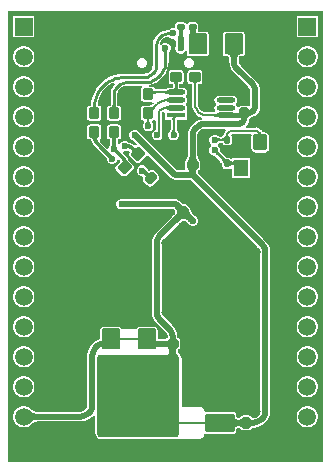
<source format=gbl>
G04*
G04 #@! TF.GenerationSoftware,Altium Limited,Altium Designer,23.2.1 (34)*
G04*
G04 Layer_Physical_Order=2*
G04 Layer_Color=16711680*
%FSLAX25Y25*%
%MOIN*%
G70*
G04*
G04 #@! TF.SameCoordinates,9329C3C2-16CE-4A0C-8BE9-04AE65E2FBF7*
G04*
G04*
G04 #@! TF.FilePolarity,Positive*
G04*
G01*
G75*
%ADD10C,0.01575*%
%ADD12C,0.00787*%
%ADD14C,0.00984*%
%ADD27C,0.01102*%
G04:AMPARAMS|DCode=32|XSize=35.43mil|YSize=38mil|CornerRadius=3.54mil|HoleSize=0mil|Usage=FLASHONLY|Rotation=270.000|XOffset=0mil|YOffset=0mil|HoleType=Round|Shape=RoundedRectangle|*
%AMROUNDEDRECTD32*
21,1,0.03543,0.03091,0,0,270.0*
21,1,0.02835,0.03800,0,0,270.0*
1,1,0.00709,-0.01546,-0.01417*
1,1,0.00709,-0.01546,0.01417*
1,1,0.00709,0.01546,0.01417*
1,1,0.00709,0.01546,-0.01417*
%
%ADD32ROUNDEDRECTD32*%
G04:AMPARAMS|DCode=33|XSize=35.43mil|YSize=38mil|CornerRadius=3.54mil|HoleSize=0mil|Usage=FLASHONLY|Rotation=135.000|XOffset=0mil|YOffset=0mil|HoleType=Round|Shape=RoundedRectangle|*
%AMROUNDEDRECTD33*
21,1,0.03543,0.03091,0,0,135.0*
21,1,0.02835,0.03800,0,0,135.0*
1,1,0.00709,0.00091,0.02095*
1,1,0.00709,0.02095,0.00091*
1,1,0.00709,-0.00091,-0.02095*
1,1,0.00709,-0.02095,-0.00091*
%
%ADD33ROUNDEDRECTD33*%
%ADD37C,0.05906*%
%ADD38R,0.05906X0.05906*%
%ADD39C,0.02362*%
%ADD40C,0.01968*%
%ADD41C,0.01181*%
G04:AMPARAMS|DCode=42|XSize=70mil|YSize=60mil|CornerRadius=3mil|HoleSize=0mil|Usage=FLASHONLY|Rotation=270.000|XOffset=0mil|YOffset=0mil|HoleType=Round|Shape=RoundedRectangle|*
%AMROUNDEDRECTD42*
21,1,0.07000,0.05400,0,0,270.0*
21,1,0.06400,0.06000,0,0,270.0*
1,1,0.00600,-0.02700,-0.03200*
1,1,0.00600,-0.02700,0.03200*
1,1,0.00600,0.02700,0.03200*
1,1,0.00600,0.02700,-0.03200*
%
%ADD42ROUNDEDRECTD42*%
G04:AMPARAMS|DCode=43|XSize=31mil|YSize=38mil|CornerRadius=7.75mil|HoleSize=0mil|Usage=FLASHONLY|Rotation=135.000|XOffset=0mil|YOffset=0mil|HoleType=Round|Shape=RoundedRectangle|*
%AMROUNDEDRECTD43*
21,1,0.03100,0.02250,0,0,135.0*
21,1,0.01550,0.03800,0,0,135.0*
1,1,0.01550,0.00248,0.01344*
1,1,0.01550,0.01344,0.00248*
1,1,0.01550,-0.00248,-0.01344*
1,1,0.01550,-0.01344,-0.00248*
%
%ADD43ROUNDEDRECTD43*%
G04:AMPARAMS|DCode=44|XSize=31mil|YSize=38mil|CornerRadius=7.75mil|HoleSize=0mil|Usage=FLASHONLY|Rotation=90.000|XOffset=0mil|YOffset=0mil|HoleType=Round|Shape=RoundedRectangle|*
%AMROUNDEDRECTD44*
21,1,0.03100,0.02250,0,0,90.0*
21,1,0.01550,0.03800,0,0,90.0*
1,1,0.01550,0.01125,0.00775*
1,1,0.01550,0.01125,-0.00775*
1,1,0.01550,-0.01125,-0.00775*
1,1,0.01550,-0.01125,0.00775*
%
%ADD44ROUNDEDRECTD44*%
G04:AMPARAMS|DCode=45|XSize=20mil|YSize=25mil|CornerRadius=5mil|HoleSize=0mil|Usage=FLASHONLY|Rotation=0.000|XOffset=0mil|YOffset=0mil|HoleType=Round|Shape=RoundedRectangle|*
%AMROUNDEDRECTD45*
21,1,0.02000,0.01500,0,0,0.0*
21,1,0.01000,0.02500,0,0,0.0*
1,1,0.01000,0.00500,-0.00750*
1,1,0.01000,-0.00500,-0.00750*
1,1,0.01000,-0.00500,0.00750*
1,1,0.01000,0.00500,0.00750*
%
%ADD45ROUNDEDRECTD45*%
G04:AMPARAMS|DCode=46|XSize=47.24mil|YSize=55.12mil|CornerRadius=9.45mil|HoleSize=0mil|Usage=FLASHONLY|Rotation=180.000|XOffset=0mil|YOffset=0mil|HoleType=Round|Shape=RoundedRectangle|*
%AMROUNDEDRECTD46*
21,1,0.04724,0.03622,0,0,180.0*
21,1,0.02835,0.05512,0,0,180.0*
1,1,0.01890,-0.01417,0.01811*
1,1,0.01890,0.01417,0.01811*
1,1,0.01890,0.01417,-0.01811*
1,1,0.01890,-0.01417,-0.01811*
%
%ADD46ROUNDEDRECTD46*%
%ADD47R,0.04724X0.05512*%
G04:AMPARAMS|DCode=48|XSize=31mil|YSize=38mil|CornerRadius=7.75mil|HoleSize=0mil|Usage=FLASHONLY|Rotation=180.000|XOffset=0mil|YOffset=0mil|HoleType=Round|Shape=RoundedRectangle|*
%AMROUNDEDRECTD48*
21,1,0.03100,0.02250,0,0,180.0*
21,1,0.01550,0.03800,0,0,180.0*
1,1,0.01550,-0.00775,0.01125*
1,1,0.01550,0.00775,0.01125*
1,1,0.01550,0.00775,-0.01125*
1,1,0.01550,-0.00775,-0.01125*
%
%ADD48ROUNDEDRECTD48*%
%ADD49R,0.09843X0.05906*%
G04:AMPARAMS|DCode=50|XSize=98.43mil|YSize=59.06mil|CornerRadius=2.95mil|HoleSize=0mil|Usage=FLASHONLY|Rotation=0.000|XOffset=0mil|YOffset=0mil|HoleType=Round|Shape=RoundedRectangle|*
%AMROUNDEDRECTD50*
21,1,0.09843,0.05315,0,0,0.0*
21,1,0.09252,0.05906,0,0,0.0*
1,1,0.00591,0.04626,-0.02657*
1,1,0.00591,-0.04626,-0.02657*
1,1,0.00591,-0.04626,0.02657*
1,1,0.00591,0.04626,0.02657*
%
%ADD50ROUNDEDRECTD50*%
G04:AMPARAMS|DCode=51|XSize=275.59mil|YSize=275.59mil|CornerRadius=13.78mil|HoleSize=0mil|Usage=FLASHONLY|Rotation=0.000|XOffset=0mil|YOffset=0mil|HoleType=Round|Shape=RoundedRectangle|*
%AMROUNDEDRECTD51*
21,1,0.27559,0.24803,0,0,0.0*
21,1,0.24803,0.27559,0,0,0.0*
1,1,0.02756,0.12402,-0.12402*
1,1,0.02756,-0.12402,-0.12402*
1,1,0.02756,-0.12402,0.12402*
1,1,0.02756,0.12402,0.12402*
%
%ADD51ROUNDEDRECTD51*%
G04:AMPARAMS|DCode=52|XSize=35.43mil|YSize=38mil|CornerRadius=3.54mil|HoleSize=0mil|Usage=FLASHONLY|Rotation=0.000|XOffset=0mil|YOffset=0mil|HoleType=Round|Shape=RoundedRectangle|*
%AMROUNDEDRECTD52*
21,1,0.03543,0.03091,0,0,0.0*
21,1,0.02835,0.03800,0,0,0.0*
1,1,0.00709,0.01417,-0.01546*
1,1,0.00709,-0.01417,-0.01546*
1,1,0.00709,-0.01417,0.01546*
1,1,0.00709,0.01417,0.01546*
%
%ADD52ROUNDEDRECTD52*%
G04:AMPARAMS|DCode=53|XSize=20mil|YSize=25mil|CornerRadius=5mil|HoleSize=0mil|Usage=FLASHONLY|Rotation=90.000|XOffset=0mil|YOffset=0mil|HoleType=Round|Shape=RoundedRectangle|*
%AMROUNDEDRECTD53*
21,1,0.02000,0.01500,0,0,90.0*
21,1,0.01000,0.02500,0,0,90.0*
1,1,0.01000,0.00750,0.00500*
1,1,0.01000,0.00750,-0.00500*
1,1,0.01000,-0.00750,-0.00500*
1,1,0.01000,-0.00750,0.00500*
%
%ADD53ROUNDEDRECTD53*%
%ADD54R,0.06299X0.01772*%
%ADD55O,0.06299X0.01772*%
G36*
X52510Y-87944D02*
X-52510D01*
Y62353D01*
X52510D01*
Y-87944D01*
D02*
G37*
%LPC*%
G36*
X50787Y60630D02*
X43701D01*
Y53543D01*
X50787D01*
Y60630D01*
D02*
G37*
G36*
X-43701D02*
X-50787D01*
Y53543D01*
X-43701D01*
Y60630D01*
D02*
G37*
G36*
X5870Y58699D02*
X4370D01*
X3945Y58614D01*
X3584Y58373D01*
X3343Y58012D01*
X3258Y57587D01*
Y56989D01*
X2912Y56590D01*
X2208D01*
X1556Y56321D01*
X1199Y55963D01*
X990Y55951D01*
X896Y55950D01*
X878Y55942D01*
X-427Y55771D01*
X-1663Y55259D01*
X-2725Y54444D01*
X-3540Y53382D01*
X-4052Y52146D01*
X-4227Y50819D01*
X-4204D01*
Y44300D01*
X-4208D01*
X-4307Y43551D01*
X-4595Y42854D01*
X-5055Y42255D01*
X-5654Y41795D01*
X-6352Y41506D01*
X-7100Y41408D01*
Y41404D01*
X-13892D01*
Y41416D01*
X-15601Y41282D01*
X-17268Y40882D01*
X-18851Y40226D01*
X-20313Y39330D01*
X-21617Y38217D01*
X-22730Y36913D01*
X-23626Y35451D01*
X-24282Y33868D01*
X-24682Y32201D01*
X-24793Y30785D01*
X-25117D01*
X-25486Y30712D01*
X-25798Y30503D01*
X-26007Y30191D01*
X-26081Y29822D01*
Y26731D01*
X-26007Y26362D01*
X-25798Y26050D01*
X-25486Y25841D01*
X-25117Y25767D01*
X-22283D01*
X-21914Y25841D01*
X-21601Y26050D01*
X-21393Y26362D01*
X-21319Y26731D01*
Y29822D01*
X-21393Y30191D01*
X-21601Y30503D01*
X-21914Y30712D01*
X-22283Y30785D01*
X-22551Y31082D01*
X-22442Y32193D01*
X-21946Y33828D01*
X-21140Y35335D01*
X-20056Y36656D01*
X-18735Y37740D01*
X-17359Y38476D01*
X-17143Y38438D01*
X-16938Y37895D01*
X-17577Y37063D01*
X-18089Y35827D01*
X-18264Y34500D01*
X-18241D01*
Y31233D01*
X-18268Y31172D01*
X-18273Y31002D01*
X-18284Y30876D01*
X-18299Y30785D01*
X-18554D01*
X-18923Y30712D01*
X-19236Y30503D01*
X-19445Y30191D01*
X-19518Y29822D01*
Y26731D01*
X-19445Y26362D01*
X-19236Y26050D01*
X-18923Y25841D01*
X-18554Y25767D01*
X-15720D01*
X-15351Y25841D01*
X-15039Y26050D01*
X-14830Y26362D01*
X-14757Y26731D01*
Y29822D01*
X-14830Y30191D01*
X-15039Y30503D01*
X-15351Y30712D01*
X-15720Y30785D01*
X-15976D01*
X-15991Y30876D01*
X-16002Y31002D01*
X-16006Y31172D01*
X-16033Y31233D01*
Y34500D01*
X-16029D01*
X-15931Y35249D01*
X-15642Y35946D01*
X-15182Y36545D01*
X-14583Y37005D01*
X-13886Y37293D01*
X-13137Y37392D01*
Y37396D01*
X-7910D01*
X-7759Y36896D01*
X-7898Y36803D01*
X-8106Y36491D01*
X-8180Y36122D01*
Y33031D01*
X-8106Y32662D01*
X-7898Y32350D01*
X-7585Y32141D01*
X-7216Y32067D01*
X-4382D01*
X-3982Y31637D01*
X-3967Y31528D01*
X-4221Y31274D01*
X-4243Y31270D01*
X-4280Y31218D01*
X-4340Y31195D01*
X-4648Y30909D01*
X-4757Y30820D01*
X-4806Y30785D01*
X-4929D01*
X-4944Y30794D01*
X-4974Y30785D01*
X-5017D01*
X-5051Y30797D01*
X-5076Y30785D01*
X-7216D01*
X-7585Y30712D01*
X-7898Y30503D01*
X-8106Y30191D01*
X-8180Y29822D01*
Y26731D01*
X-8106Y26362D01*
X-7898Y26050D01*
X-7585Y25841D01*
X-7307Y25785D01*
X-7279Y25774D01*
X-7257Y25762D01*
X-7231Y25743D01*
X-7201Y25715D01*
X-7167Y25675D01*
X-7112Y25580D01*
X-7062Y25421D01*
X-7047Y25267D01*
X-7088Y25224D01*
X-7131Y25113D01*
X-7301Y24943D01*
X-7571Y24292D01*
Y23587D01*
X-7301Y22936D01*
X-6803Y22438D01*
X-6151Y22168D01*
X-5447D01*
X-4795Y22438D01*
X-4297Y22936D01*
X-4027Y23587D01*
Y24292D01*
X-4297Y24943D01*
X-4467Y25113D01*
X-4510Y25224D01*
X-4551Y25267D01*
X-4537Y25420D01*
X-4486Y25581D01*
X-4431Y25674D01*
X-4397Y25716D01*
X-4367Y25743D01*
X-4341Y25762D01*
X-4319Y25774D01*
X-4291Y25785D01*
X-4013Y25841D01*
X-3792Y25988D01*
X-3459Y25882D01*
X-3292Y25767D01*
Y23053D01*
X-3417Y22599D01*
X-3511Y22508D01*
X-3765Y22403D01*
X-4263Y21905D01*
X-4532Y21254D01*
Y20549D01*
X-4263Y19898D01*
X-3765Y19399D01*
X-3113Y19130D01*
X-2409D01*
X-1757Y19399D01*
X-1259Y19898D01*
X-989Y20549D01*
Y21254D01*
X-1074Y21457D01*
X-1072Y21579D01*
X-1072Y21579D01*
X-1072Y21580D01*
X-1151Y21779D01*
X-1230Y22001D01*
X-1257Y22089D01*
X-1259Y22100D01*
X-1263Y22120D01*
X-1285Y22155D01*
Y28026D01*
X-1273D01*
X-1198Y28406D01*
X-1017Y28677D01*
X-597Y28777D01*
X-197Y28448D01*
Y25999D01*
X1719D01*
X1725Y25930D01*
X1729Y25797D01*
X1758Y25732D01*
Y22812D01*
X1729Y22749D01*
X1726Y22666D01*
X1719Y22611D01*
X1708Y22559D01*
X1694Y22510D01*
X1674Y22461D01*
X1650Y22412D01*
X1620Y22362D01*
X1583Y22310D01*
X1539Y22257D01*
X1472Y22186D01*
X1429Y22075D01*
X1259Y21905D01*
X990Y21254D01*
Y20549D01*
X1259Y19898D01*
X1758Y19400D01*
X2409Y19130D01*
X3114D01*
X3765Y19400D01*
X4263Y19898D01*
X4533Y20549D01*
Y21254D01*
X4263Y21905D01*
X4094Y22075D01*
X4050Y22186D01*
X3984Y22256D01*
X3939Y22310D01*
X3903Y22362D01*
X3873Y22412D01*
X3848Y22461D01*
X3829Y22510D01*
X3814Y22559D01*
X3804Y22611D01*
X3797Y22666D01*
X3794Y22749D01*
X3765Y22812D01*
Y25732D01*
X3794Y25797D01*
X3797Y25930D01*
X3803Y25999D01*
X7284D01*
Y28952D01*
X7284Y28952D01*
X7284D01*
X7194Y29452D01*
X7198Y29458D01*
X7313Y30034D01*
X7198Y30610D01*
X6872Y31099D01*
X6951Y31647D01*
X7198Y32017D01*
X7313Y32593D01*
X7198Y33169D01*
X6951Y33539D01*
X6903Y33873D01*
X6951Y34206D01*
X7198Y34576D01*
X7313Y35152D01*
X7198Y35728D01*
X6872Y36217D01*
X6383Y36543D01*
X5807Y36658D01*
X4705D01*
X4690Y36748D01*
X4679Y36874D01*
X4675Y37044D01*
X4647Y37105D01*
Y37498D01*
X4675Y37559D01*
X4679Y37729D01*
X4690Y37855D01*
X4705Y37946D01*
X5089D01*
X5458Y38019D01*
X5770Y38228D01*
X5979Y38540D01*
X6053Y38909D01*
Y41744D01*
X5979Y42112D01*
X5770Y42425D01*
X5458Y42634D01*
X5089Y42707D01*
X1998D01*
X1629Y42634D01*
X1317Y42425D01*
X1108Y42112D01*
X1034Y41744D01*
Y38909D01*
X1108Y38540D01*
X1317Y38228D01*
X1629Y38019D01*
X1998Y37946D01*
X2382D01*
X2397Y37855D01*
X2408Y37729D01*
X2412Y37559D01*
X2440Y37498D01*
Y37105D01*
X2412Y37044D01*
X2408Y36874D01*
X2397Y36749D01*
X2382Y36658D01*
X1280D01*
X704Y36543D01*
X586Y36464D01*
X519Y36448D01*
X490Y36402D01*
X440Y36382D01*
X432Y36361D01*
X215Y36217D01*
X213Y36214D01*
X-101Y36189D01*
X-306Y36185D01*
X-374Y36156D01*
X-3163D01*
X-3229Y36185D01*
X-3361Y36188D01*
X-3433Y36195D01*
X-3492Y36491D01*
X-3700Y36803D01*
X-4013Y37012D01*
X-4382Y37085D01*
X-5424D01*
X-5498Y37585D01*
X-4073Y38018D01*
X-2618Y38796D01*
X-1342Y39842D01*
X-295Y41118D01*
X482Y42573D01*
X961Y44152D01*
X1123Y45795D01*
X1104D01*
Y48021D01*
X1131Y48082D01*
X1134Y48182D01*
X1140Y48255D01*
X1150Y48320D01*
X1163Y48376D01*
X1178Y48425D01*
X1195Y48465D01*
X1213Y48500D01*
X1231Y48530D01*
X1252Y48557D01*
X1295Y48603D01*
X1335Y48712D01*
X1502Y48878D01*
X1772Y49529D01*
Y50234D01*
X1502Y50885D01*
X1004Y51384D01*
X352Y51653D01*
X-352D01*
X-1004Y51384D01*
X-1476Y50912D01*
X-1521Y50915D01*
X-1936Y51243D01*
X-1894Y51567D01*
X-1605Y52265D01*
X-1145Y52864D01*
X-546Y53324D01*
X152Y53612D01*
X849Y53704D01*
X887Y53688D01*
X1171Y53682D01*
X1193Y53680D01*
X1556Y53317D01*
X2208Y53047D01*
X2912D01*
X3348Y52687D01*
Y52466D01*
X3514Y52066D01*
Y50635D01*
X3348Y50234D01*
Y49529D01*
X3618Y48878D01*
X4116Y48380D01*
X4768Y48110D01*
X5472D01*
X6124Y48380D01*
X6622Y48878D01*
X6699Y49064D01*
X7199Y48965D01*
Y48088D01*
X7268Y47741D01*
X7465Y47446D01*
X7760Y47249D01*
X8107Y47180D01*
X13507D01*
X13855Y47249D01*
X14149Y47446D01*
X14346Y47741D01*
X14415Y48088D01*
Y54488D01*
X14346Y54835D01*
X14149Y55130D01*
X13855Y55327D01*
X13507Y55396D01*
X11071D01*
X10988Y55435D01*
X10881Y55534D01*
X10768Y55734D01*
X10721Y55886D01*
X10722Y55905D01*
X10747Y55956D01*
X10813Y56065D01*
X10826Y56149D01*
X10834Y56161D01*
X10858Y56281D01*
X10906Y56396D01*
X10889Y56437D01*
X10919Y56587D01*
Y57587D01*
X10834Y58012D01*
X10593Y58373D01*
X10233Y58614D01*
X9807Y58699D01*
X8307D01*
X7881Y58614D01*
X7521Y58373D01*
X7366Y58142D01*
X7267Y58114D01*
X6910Y58114D01*
X6811Y58142D01*
X6656Y58373D01*
X6295Y58614D01*
X5870Y58699D01*
D02*
G37*
G36*
X47711Y50630D02*
X46778D01*
X45876Y50388D01*
X45068Y49922D01*
X44409Y49262D01*
X43942Y48454D01*
X43701Y47553D01*
Y46620D01*
X43942Y45719D01*
X44409Y44911D01*
X45068Y44251D01*
X45876Y43785D01*
X46778Y43543D01*
X47711D01*
X48612Y43785D01*
X49420Y44251D01*
X50079Y44911D01*
X50546Y45719D01*
X50787Y46620D01*
Y47553D01*
X50546Y48454D01*
X50079Y49262D01*
X49420Y49922D01*
X48612Y50388D01*
X47711Y50630D01*
D02*
G37*
G36*
X-46778D02*
X-47711D01*
X-48612Y50388D01*
X-49420Y49922D01*
X-50080Y49262D01*
X-50546Y48454D01*
X-50787Y47553D01*
Y46620D01*
X-50546Y45719D01*
X-50080Y44911D01*
X-49420Y44251D01*
X-48612Y43785D01*
X-47711Y43543D01*
X-46778D01*
X-45877Y43785D01*
X-45068Y44251D01*
X-44409Y44911D01*
X-43942Y45719D01*
X-43701Y46620D01*
Y47553D01*
X-43942Y48454D01*
X-44409Y49262D01*
X-45068Y49922D01*
X-45877Y50388D01*
X-46778Y50630D01*
D02*
G37*
G36*
X-7540Y46652D02*
X-8206D01*
X-8821Y46397D01*
X-9291Y45926D01*
X-9546Y45311D01*
Y44646D01*
X-9291Y44031D01*
X-8821Y43560D01*
X-8206Y43305D01*
X-7540D01*
X-6925Y43560D01*
X-6454Y44031D01*
X-6200Y44646D01*
Y45311D01*
X-6454Y45926D01*
X-6925Y46397D01*
X-7540Y46652D01*
D02*
G37*
G36*
X8208Y46652D02*
X7542D01*
X6927Y46397D01*
X6457Y45926D01*
X6202Y45311D01*
Y44646D01*
X6457Y44031D01*
X6927Y43560D01*
X7542Y43305D01*
X8208D01*
X8823Y43560D01*
X9294Y44031D01*
X9548Y44646D01*
Y45311D01*
X9294Y45926D01*
X8823Y46397D01*
X8208Y46652D01*
D02*
G37*
G36*
X47711Y40630D02*
X46778D01*
X45876Y40389D01*
X45068Y39922D01*
X44409Y39262D01*
X43942Y38454D01*
X43701Y37553D01*
Y36620D01*
X43942Y35719D01*
X44409Y34911D01*
X45068Y34251D01*
X45876Y33785D01*
X46778Y33543D01*
X47711D01*
X48612Y33785D01*
X49420Y34251D01*
X50079Y34911D01*
X50546Y35719D01*
X50787Y36620D01*
Y37553D01*
X50546Y38454D01*
X50079Y39262D01*
X49420Y39922D01*
X48612Y40389D01*
X47711Y40630D01*
D02*
G37*
G36*
X-46778Y40630D02*
X-47711D01*
X-48612Y40388D01*
X-49420Y39922D01*
X-50080Y39262D01*
X-50546Y38454D01*
X-50787Y37553D01*
Y36620D01*
X-50546Y35719D01*
X-50080Y34911D01*
X-49420Y34251D01*
X-48612Y33785D01*
X-47711Y33543D01*
X-46778D01*
X-45877Y33785D01*
X-45068Y34251D01*
X-44409Y34911D01*
X-43942Y35719D01*
X-43701Y36620D01*
Y37553D01*
X-43942Y38454D01*
X-44409Y39262D01*
X-45068Y39922D01*
X-45877Y40388D01*
X-46778Y40630D01*
D02*
G37*
G36*
X25507Y55396D02*
X20107D01*
X19760Y55327D01*
X19465Y55130D01*
X19268Y54835D01*
X19199Y54488D01*
Y48088D01*
X19268Y47741D01*
X19465Y47446D01*
X19760Y47249D01*
X20107Y47180D01*
X20754D01*
X20771Y47171D01*
X20883Y47159D01*
X20903Y47152D01*
X20922Y47139D01*
X20955Y47103D01*
X21004Y47023D01*
X21058Y46889D01*
X21109Y46701D01*
X21149Y46459D01*
X21165Y46271D01*
X21184Y45779D01*
X21184D01*
X21376Y44324D01*
X21937Y42968D01*
X22831Y41803D01*
X22843Y41815D01*
X22843Y41815D01*
X27629Y37029D01*
X27687Y36990D01*
X28173Y36263D01*
X28344Y35405D01*
X28330Y35336D01*
Y30701D01*
X28284Y30661D01*
X27830Y30480D01*
X27519Y30688D01*
X26986Y30794D01*
X25436D01*
X24904Y30688D01*
X24452Y30386D01*
X24326Y30197D01*
X23795Y30303D01*
X23733Y30610D01*
X23407Y31099D01*
Y31529D01*
X23733Y32017D01*
X23848Y32593D01*
X23733Y33169D01*
X23407Y33658D01*
X22919Y33984D01*
X22343Y34099D01*
X17815D01*
X17239Y33984D01*
X16751Y33658D01*
X16424Y33169D01*
X16310Y32593D01*
X16424Y32017D01*
X16751Y31529D01*
Y31099D01*
X16424Y30610D01*
X16310Y30034D01*
X16424Y29458D01*
X16672Y29088D01*
X16690Y28962D01*
X16639Y28746D01*
X16526Y28519D01*
X16434Y28512D01*
X16229Y28508D01*
X16162Y28479D01*
X13844D01*
Y28484D01*
X13069Y28586D01*
X12348Y28885D01*
X11728Y29360D01*
X11253Y29980D01*
X10954Y30701D01*
X10852Y31475D01*
X10847D01*
Y37690D01*
X10876Y37756D01*
X10880Y37889D01*
X10885Y37946D01*
X11389D01*
X11758Y38019D01*
X12070Y38228D01*
X12279Y38540D01*
X12353Y38909D01*
Y41744D01*
X12279Y42112D01*
X12070Y42425D01*
X11758Y42634D01*
X11389Y42707D01*
X8298D01*
X7929Y42634D01*
X7617Y42425D01*
X7408Y42112D01*
X7334Y41744D01*
Y38909D01*
X7408Y38540D01*
X7617Y38228D01*
X7929Y38019D01*
X8298Y37946D01*
X8802D01*
X8807Y37889D01*
X8811Y37756D01*
X8840Y37690D01*
Y31475D01*
X8816D01*
X8987Y30174D01*
X9490Y28962D01*
X10289Y27920D01*
X11330Y27121D01*
X12025Y26833D01*
X12234Y26206D01*
X12175Y26107D01*
X11602Y26031D01*
X10246Y25470D01*
X9081Y24576D01*
X8188Y23411D01*
X7626Y22055D01*
X7434Y20600D01*
X7452D01*
Y14675D01*
X7434Y14635D01*
X7427Y14315D01*
X7409Y14039D01*
X7379Y13793D01*
X7339Y13579D01*
X7290Y13398D01*
X7236Y13251D01*
X7180Y13137D01*
X7124Y13053D01*
X7073Y12997D01*
X6983Y12924D01*
X6965Y12891D01*
X6930Y12877D01*
X6882Y12762D01*
X6646Y12408D01*
X6540Y11875D01*
Y10325D01*
X6646Y9792D01*
X6660Y9771D01*
X6393Y9271D01*
X3734D01*
X-8549Y21554D01*
X-8715Y21954D01*
X-9213Y22453D01*
X-9864Y22722D01*
X-10569D01*
X-11220Y22453D01*
X-11718Y21954D01*
X-11988Y21303D01*
Y20598D01*
X-11718Y19947D01*
X-11220Y19449D01*
X-10819Y19283D01*
X-9608Y18072D01*
X-9672Y17661D01*
X-9741Y17588D01*
X-9939Y17473D01*
X-10166Y17408D01*
X-10241Y17471D01*
X-10392Y17614D01*
X-10450Y17636D01*
X-10483Y17669D01*
X-10483Y17669D01*
X-11043Y18099D01*
X-11695Y18369D01*
X-12290Y18448D01*
X-12602Y18759D01*
X-13253Y19029D01*
X-13958D01*
X-14609Y18759D01*
X-15107Y18261D01*
X-15188Y18067D01*
X-15666Y17869D01*
X-15806Y17877D01*
X-15879Y17956D01*
X-15908Y18014D01*
X-15933Y18072D01*
Y18827D01*
X-15908Y18884D01*
X-15902Y19091D01*
X-15888Y19250D01*
X-15868Y19374D01*
X-15845Y19461D01*
X-15842Y19467D01*
X-15720D01*
X-15351Y19541D01*
X-15039Y19749D01*
X-14830Y20062D01*
X-14757Y20431D01*
Y23522D01*
X-14830Y23891D01*
X-15039Y24203D01*
X-15351Y24412D01*
X-15720Y24486D01*
X-18555D01*
X-18923Y24412D01*
X-19236Y24203D01*
X-19445Y23891D01*
X-19518Y23522D01*
Y20431D01*
X-19445Y20062D01*
X-19236Y19749D01*
X-18923Y19541D01*
X-18555Y19467D01*
X-18432D01*
X-18430Y19461D01*
X-18407Y19374D01*
X-18386Y19250D01*
X-18372Y19091D01*
X-18367Y18884D01*
X-18341Y18827D01*
Y18081D01*
X-18367Y18027D01*
X-18375Y17803D01*
X-18383Y17732D01*
X-18393Y17668D01*
X-18405Y17617D01*
X-18416Y17582D01*
X-18424Y17560D01*
X-18427Y17556D01*
X-18442Y17539D01*
X-18446Y17526D01*
X-18448Y17524D01*
X-18449Y17519D01*
X-18478Y17436D01*
X-18639Y17274D01*
X-18909Y16623D01*
Y16618D01*
X-19409Y16411D01*
X-21677Y18679D01*
X-21675Y18681D01*
X-21939Y19026D01*
X-21930Y19207D01*
X-21840Y19590D01*
X-21601Y19749D01*
X-21393Y20062D01*
X-21319Y20431D01*
Y23522D01*
X-21393Y23891D01*
X-21601Y24203D01*
X-21914Y24412D01*
X-22283Y24486D01*
X-25117D01*
X-25486Y24412D01*
X-25799Y24203D01*
X-26007Y23891D01*
X-26081Y23522D01*
Y20431D01*
X-26007Y20062D01*
X-25799Y19749D01*
X-25486Y19541D01*
X-25117Y19467D01*
X-24969D01*
X-24951Y19458D01*
X-24912Y19454D01*
X-24897Y19442D01*
X-24861Y19402D01*
X-24812Y19333D01*
X-24755Y19234D01*
X-24694Y19105D01*
X-24632Y18945D01*
X-24566Y18743D01*
X-24469Y18629D01*
X-24226Y18043D01*
X-23395Y16961D01*
X-23380Y16976D01*
X-23380Y16976D01*
X-19914Y13509D01*
X-19893Y13453D01*
X-19741Y13289D01*
X-19696Y13233D01*
X-19658Y13180D01*
X-19630Y13137D01*
X-19613Y13103D01*
X-19604Y13082D01*
X-19602Y13078D01*
X-19601Y13055D01*
X-19595Y13043D01*
X-19595Y13040D01*
X-19592Y13036D01*
X-19553Y12957D01*
Y12728D01*
X-19284Y12077D01*
X-18785Y11579D01*
X-18134Y11309D01*
X-17429D01*
X-16778Y11579D01*
X-16280Y12077D01*
X-16030Y12680D01*
X-15548Y12837D01*
X-15220Y12577D01*
X-15214Y11967D01*
X-16396Y10784D01*
X-16605Y10471D01*
X-16679Y10103D01*
X-16605Y9734D01*
X-16396Y9421D01*
X-14392Y7417D01*
X-14079Y7208D01*
X-13711Y7135D01*
X-13342Y7208D01*
X-13029Y7417D01*
X-10844Y9603D01*
X-10635Y9916D01*
X-10561Y10284D01*
X-10635Y10653D01*
X-10844Y10965D01*
X-12477Y12599D01*
X-12508Y12832D01*
X-12778Y13484D01*
X-13206Y14042D01*
X-13207Y14044D01*
X-13208Y14044D01*
X-13208Y14044D01*
X-14214Y15050D01*
X-13984Y15440D01*
X-13942Y15485D01*
X-13253D01*
X-12618Y15749D01*
X-12576Y15762D01*
X-12549Y15768D01*
X-12150Y15737D01*
X-11958Y15364D01*
X-11942Y15239D01*
X-12150Y14926D01*
X-12224Y14558D01*
X-12150Y14189D01*
X-11942Y13876D01*
X-9937Y11872D01*
X-9625Y11663D01*
X-9256Y11590D01*
X-8887Y11663D01*
X-8575Y11872D01*
X-6389Y14058D01*
X-6354Y14110D01*
X-5742Y14205D01*
X1933Y6530D01*
X1933Y6530D01*
X2454Y6182D01*
X3069Y6060D01*
X3069Y6060D01*
X8304D01*
X8455Y5997D01*
X30993Y-16541D01*
X31051Y-16580D01*
X31537Y-17307D01*
X31708Y-18165D01*
X31694Y-18234D01*
Y-71001D01*
X31708Y-71070D01*
X31537Y-71927D01*
X31012Y-72713D01*
X30227Y-73238D01*
X29485Y-73386D01*
X29002Y-73343D01*
X28700Y-72891D01*
X28249Y-72589D01*
X27716Y-72483D01*
X26166D01*
X25633Y-72589D01*
X25279Y-72826D01*
X25164Y-72874D01*
X25150Y-72908D01*
X25117Y-72926D01*
X25044Y-73017D01*
X24987Y-73068D01*
X24904Y-73123D01*
X24790Y-73180D01*
X24643Y-73234D01*
X24462Y-73282D01*
X24262Y-73320D01*
X24158Y-73302D01*
X23969Y-73252D01*
X23836Y-73198D01*
X23756Y-73149D01*
X23720Y-73116D01*
X23707Y-73097D01*
X23700Y-73077D01*
X23688Y-72965D01*
X23679Y-72948D01*
Y-72343D01*
X23610Y-71998D01*
X23414Y-71705D01*
X23121Y-71509D01*
X22776Y-71440D01*
X13524D01*
X13379Y-71469D01*
X13334Y-71431D01*
X13023Y-70681D01*
X12449Y-70108D01*
X11699Y-69797D01*
X5393D01*
Y-53599D01*
X5240Y-52831D01*
X4876Y-52287D01*
X4875Y-52278D01*
X4867Y-52272D01*
X4831Y-52218D01*
X4830Y-52216D01*
X4829Y-52215D01*
X4805Y-52180D01*
X4222Y-51791D01*
X4194Y-51734D01*
X4131Y-51548D01*
X4076Y-51305D01*
X4065Y-51229D01*
X4093Y-51080D01*
X4142Y-50899D01*
X4196Y-50752D01*
X4252Y-50638D01*
X4307Y-50555D01*
X4359Y-50498D01*
X4449Y-50425D01*
X4467Y-50393D01*
X4502Y-50378D01*
X4549Y-50263D01*
X4786Y-49909D01*
X4892Y-49376D01*
Y-47826D01*
X4786Y-47293D01*
X4484Y-46842D01*
X4361Y-46760D01*
X3997Y-46431D01*
X3806Y-44976D01*
X3244Y-43620D01*
X2351Y-42456D01*
X2338Y-42468D01*
X2338Y-42468D01*
X-593Y-39536D01*
X-651Y-39497D01*
X-1137Y-38770D01*
X-1308Y-37912D01*
X-1294Y-37843D01*
Y-15357D01*
X-1308Y-15288D01*
X-1137Y-14430D01*
X-651Y-13703D01*
X-593Y-13664D01*
X4364Y-8707D01*
X4405Y-8691D01*
X4627Y-8476D01*
X4829Y-8293D01*
X5230Y-7972D01*
X5406Y-7851D01*
X5577Y-7746D01*
X5738Y-7661D01*
X5887Y-7596D01*
X5987Y-7561D01*
X6098Y-7561D01*
X6229Y-7578D01*
X6370Y-7613D01*
X6522Y-7670D01*
X6685Y-7751D01*
X6859Y-7857D01*
X7044Y-7991D01*
X7237Y-8153D01*
X7408Y-8315D01*
X7555Y-8669D01*
X8053Y-9168D01*
X8704Y-9437D01*
X9409D01*
X10061Y-9168D01*
X10559Y-8669D01*
X10829Y-8018D01*
Y-7313D01*
X10559Y-6662D01*
X10061Y-6164D01*
X9704Y-6016D01*
X9500Y-5807D01*
X9119Y-5370D01*
X8982Y-5190D01*
X8874Y-5028D01*
X8797Y-4892D01*
X8750Y-4786D01*
X8730Y-4718D01*
X8726Y-4692D01*
X8731Y-4629D01*
X8723Y-4604D01*
X8733Y-4580D01*
X8685Y-4464D01*
X8602Y-4047D01*
X8301Y-3595D01*
X7205Y-2499D01*
X6753Y-2198D01*
X6336Y-2115D01*
X6220Y-2067D01*
X6196Y-2077D01*
X6171Y-2069D01*
X6108Y-2073D01*
X6082Y-2070D01*
X6014Y-2050D01*
X5908Y-2003D01*
X5772Y-1926D01*
X5622Y-1826D01*
X4989Y-1295D01*
X4752Y-1065D01*
X4710Y-1048D01*
X4624Y-962D01*
X4103Y-614D01*
X3489Y-492D01*
X3489Y-492D01*
X-13872D01*
X-14273Y-326D01*
X-14977D01*
X-15629Y-596D01*
X-16127Y-1094D01*
X-16397Y-1745D01*
Y-2450D01*
X-16127Y-3101D01*
X-15629Y-3599D01*
X-14977Y-3869D01*
X-14273D01*
X-13872Y-3703D01*
X2764D01*
X2809Y-3756D01*
X2943Y-3941D01*
X3049Y-4115D01*
X3130Y-4278D01*
X3187Y-4430D01*
X3222Y-4571D01*
X3239Y-4702D01*
X3239Y-4813D01*
X3204Y-4913D01*
X3139Y-5062D01*
X3058Y-5215D01*
X2819Y-5582D01*
X2682Y-5761D01*
X2320Y-6177D01*
X2109Y-6395D01*
X2093Y-6436D01*
X-2864Y-11393D01*
X-2864Y-11393D01*
X-2876Y-11381D01*
X-3770Y-12545D01*
X-4331Y-13902D01*
X-4523Y-15357D01*
X-4506D01*
Y-37843D01*
X-4523D01*
X-4331Y-39298D01*
X-3770Y-40655D01*
X-2876Y-41819D01*
X-2864Y-41807D01*
X-2864Y-41807D01*
X68Y-44738D01*
X126Y-44777D01*
X612Y-45505D01*
X720Y-46049D01*
X717Y-46540D01*
X265Y-46842D01*
X162Y-46995D01*
X-2597D01*
Y-43946D01*
X-2666Y-43598D01*
X-2863Y-43304D01*
X-3157Y-43107D01*
X-3505Y-43038D01*
X-8905D01*
X-9252Y-43107D01*
X-9547Y-43304D01*
X-9744Y-43598D01*
X-9753Y-43646D01*
X-14656D01*
X-14666Y-43598D01*
X-14863Y-43304D01*
X-15157Y-43107D01*
X-15505Y-43038D01*
X-20905D01*
X-21252Y-43107D01*
X-21547Y-43304D01*
X-21744Y-43598D01*
X-21813Y-43946D01*
Y-47164D01*
X-21855Y-47170D01*
X-23211Y-47732D01*
X-24376Y-48625D01*
X-25270Y-49790D01*
X-25831Y-51146D01*
X-26023Y-52601D01*
X-26006D01*
Y-68913D01*
X-25992Y-68982D01*
X-26163Y-69840D01*
X-26688Y-70626D01*
X-27473Y-71151D01*
X-28331Y-71321D01*
X-28400Y-71308D01*
X-42626D01*
X-42663Y-71290D01*
X-42911Y-71281D01*
X-43126Y-71254D01*
X-43334Y-71211D01*
X-43537Y-71151D01*
X-43734Y-71073D01*
X-43928Y-70978D01*
X-44120Y-70863D01*
X-44308Y-70729D01*
X-44495Y-70574D01*
X-44694Y-70384D01*
X-44806Y-70341D01*
X-45068Y-70078D01*
X-45877Y-69612D01*
X-46778Y-69370D01*
X-47711D01*
X-48612Y-69612D01*
X-49420Y-70078D01*
X-50080Y-70738D01*
X-50546Y-71546D01*
X-50787Y-72447D01*
Y-73380D01*
X-50546Y-74281D01*
X-50080Y-75089D01*
X-49420Y-75749D01*
X-48612Y-76215D01*
X-47711Y-76457D01*
X-46778D01*
X-45877Y-76215D01*
X-45068Y-75749D01*
X-44806Y-75486D01*
X-44694Y-75443D01*
X-44495Y-75252D01*
X-44308Y-75098D01*
X-44120Y-74964D01*
X-43929Y-74849D01*
X-43734Y-74753D01*
X-43537Y-74676D01*
X-43334Y-74615D01*
X-43126Y-74572D01*
X-42911Y-74546D01*
X-42663Y-74536D01*
X-42626Y-74519D01*
X-28400D01*
Y-74536D01*
X-26945Y-74345D01*
X-25589Y-73783D01*
X-24424Y-72889D01*
X-23924Y-72238D01*
X-23424Y-72408D01*
Y-78402D01*
X-23272Y-79170D01*
X-22837Y-79821D01*
X-22185Y-80257D01*
X-21417Y-80409D01*
X3386D01*
X3402Y-80406D01*
X11445D01*
X12312Y-80047D01*
X12975Y-79384D01*
X13331Y-78523D01*
X13524Y-78561D01*
X22776D01*
X23121Y-78493D01*
X23414Y-78297D01*
X23610Y-78004D01*
X23679Y-77658D01*
Y-77054D01*
X23688Y-77037D01*
X23700Y-76925D01*
X23707Y-76904D01*
X23720Y-76886D01*
X23756Y-76852D01*
X23836Y-76804D01*
X23969Y-76750D01*
X24158Y-76699D01*
X24262Y-76682D01*
X24462Y-76719D01*
X24643Y-76768D01*
X24790Y-76822D01*
X24904Y-76878D01*
X24987Y-76934D01*
X25044Y-76985D01*
X25117Y-77075D01*
X25150Y-77093D01*
X25164Y-77128D01*
X25279Y-77176D01*
X25633Y-77412D01*
X26166Y-77518D01*
X27716D01*
X28249Y-77412D01*
X28700Y-77110D01*
X28886Y-76832D01*
X29300Y-76624D01*
Y-76624D01*
X30755Y-76432D01*
X32111Y-75870D01*
X33276Y-74977D01*
X34170Y-73812D01*
X34731Y-72456D01*
X34923Y-71001D01*
X34906D01*
Y-18234D01*
X34923D01*
X34731Y-16779D01*
X34170Y-15423D01*
X33276Y-14258D01*
X33276Y-14258D01*
X32910Y-13917D01*
X10725Y8268D01*
X10716Y8292D01*
X10735Y8445D01*
X10775Y8646D01*
X10822Y8816D01*
X10875Y8955D01*
X10931Y9064D01*
X10986Y9144D01*
X11038Y9201D01*
X11130Y9274D01*
X11149Y9308D01*
X11184Y9323D01*
X11232Y9438D01*
X11469Y9792D01*
X11575Y10325D01*
Y11875D01*
X11469Y12408D01*
X11232Y12762D01*
X11184Y12877D01*
X11150Y12891D01*
X11132Y12924D01*
X11041Y12997D01*
X10990Y13053D01*
X10935Y13137D01*
X10878Y13251D01*
X10824Y13398D01*
X10776Y13579D01*
X10738Y13784D01*
X10687Y14324D01*
X10681Y14635D01*
X10663Y14675D01*
Y20600D01*
X10649Y20669D01*
X10820Y21527D01*
X11345Y22312D01*
X12131Y22837D01*
X12989Y23008D01*
X13057Y22994D01*
X19842D01*
X20109Y22494D01*
X19724Y21918D01*
X19571Y21149D01*
X19278Y20953D01*
X19037Y20593D01*
X19011Y20464D01*
X18991Y20461D01*
X18897Y20453D01*
X18763Y20450D01*
X18697Y20421D01*
X18205D01*
X18141Y20449D01*
X18056Y20452D01*
X17993Y20459D01*
X17930Y20470D01*
X17865Y20485D01*
X17800Y20505D01*
X17733Y20530D01*
X17672Y20558D01*
X17512Y20646D01*
X17431Y20700D01*
X17387Y20709D01*
X16752Y20972D01*
X16048D01*
X15396Y20702D01*
X14898Y20204D01*
X14628Y19552D01*
Y18848D01*
X14898Y18196D01*
X15294Y17801D01*
X15356Y17500D01*
X15294Y17199D01*
X14898Y16804D01*
X14628Y16152D01*
Y15448D01*
X14898Y14796D01*
X15396Y14298D01*
X16048Y14028D01*
X16258D01*
X16355Y13981D01*
X16397Y13978D01*
X16407Y13976D01*
X16425Y13971D01*
X16452Y13961D01*
X16487Y13943D01*
X16531Y13917D01*
X16574Y13886D01*
X16707Y13773D01*
X16779Y13703D01*
X16839Y13679D01*
X18303Y12173D01*
X18323Y12115D01*
X18692Y11705D01*
X18815Y11548D01*
X18909Y11408D01*
X18952Y11331D01*
Y10886D01*
X18947Y10864D01*
X18952Y10855D01*
Y10767D01*
X19037Y10341D01*
X19278Y9981D01*
X19639Y9740D01*
X20064Y9655D01*
X21064D01*
X21490Y9740D01*
X21753Y9915D01*
X21868Y9963D01*
X22338Y9791D01*
X22362Y9777D01*
Y6471D01*
X28267D01*
Y13164D01*
X23097D01*
X23039Y13196D01*
X22999Y13185D01*
X22961Y13201D01*
X22874Y13164D01*
X22362D01*
Y13164D01*
X21886Y13027D01*
X21868Y13071D01*
X21753Y13119D01*
X21490Y13294D01*
X21064Y13379D01*
X20927D01*
X20897Y13392D01*
X20865Y13379D01*
X20812D01*
X20791Y13384D01*
X20782Y13379D01*
X20509D01*
X20399Y13459D01*
X20022Y13790D01*
X19802Y14008D01*
X19741Y14033D01*
X18508Y15302D01*
X18485Y15362D01*
X18411Y15442D01*
X18357Y15506D01*
X18313Y15565D01*
X18279Y15617D01*
X18254Y15661D01*
X18237Y15697D01*
X18227Y15724D01*
X18223Y15742D01*
X18221Y15752D01*
X18220Y15794D01*
X18172Y15899D01*
Y16152D01*
X17902Y16804D01*
X17506Y17199D01*
X17444Y17500D01*
X17506Y17801D01*
X17829Y18123D01*
X17897Y18164D01*
X17947Y18233D01*
X17979Y18270D01*
X18010Y18299D01*
X18040Y18321D01*
X18069Y18339D01*
X18100Y18353D01*
X18134Y18365D01*
X18174Y18375D01*
X18221Y18381D01*
X18304Y18385D01*
X18351Y18406D01*
X18401Y18396D01*
X18427Y18413D01*
X18697D01*
X18763Y18384D01*
X18897Y18381D01*
X18991Y18373D01*
X19011Y18370D01*
X19037Y18241D01*
X19278Y17881D01*
X19639Y17640D01*
X20064Y17555D01*
X21064D01*
X21490Y17640D01*
X21850Y17881D01*
X22091Y18241D01*
X22176Y18667D01*
Y20167D01*
X22091Y20593D01*
X21919Y20851D01*
X21933Y20971D01*
X22064Y21445D01*
X28520D01*
X28787Y20945D01*
X28750Y20889D01*
X28631Y20290D01*
Y16668D01*
X28750Y16069D01*
X29089Y15561D01*
X29597Y15222D01*
X30196Y15103D01*
X33031D01*
X33630Y15222D01*
X34138Y15561D01*
X34477Y16069D01*
X34597Y16668D01*
Y20290D01*
X34477Y20889D01*
X34138Y21397D01*
X33630Y21736D01*
X33031Y21856D01*
X32543D01*
X32527Y21870D01*
X32493Y21908D01*
X32454Y21958D01*
X32336Y22148D01*
X32274Y22267D01*
X32172Y22353D01*
X32108Y22470D01*
X32079Y22478D01*
X31905Y22739D01*
X31083Y23289D01*
X30114Y23481D01*
Y23452D01*
X26950D01*
X26789Y23925D01*
X26844Y23968D01*
X27370Y24654D01*
X27702Y25453D01*
X27779Y26038D01*
X27971Y26167D01*
X28273Y26619D01*
X28295Y26733D01*
X28778Y26797D01*
X29678Y27169D01*
X30450Y27762D01*
X31043Y28535D01*
X31416Y29434D01*
X31543Y30400D01*
X31542D01*
Y35336D01*
X31559D01*
X31367Y36792D01*
X30806Y38148D01*
X29912Y39312D01*
X29912Y39312D01*
X29546Y39654D01*
X25114Y44086D01*
X25056Y44125D01*
X24570Y44852D01*
X24399Y45710D01*
X24409Y45762D01*
X24430Y45809D01*
X24440Y46166D01*
X24465Y46459D01*
X24505Y46701D01*
X24556Y46889D01*
X24610Y47023D01*
X24659Y47103D01*
X24692Y47139D01*
X24711Y47152D01*
X24731Y47159D01*
X24843Y47171D01*
X24860Y47180D01*
X25507D01*
X25855Y47249D01*
X26149Y47446D01*
X26346Y47741D01*
X26415Y48088D01*
Y54488D01*
X26346Y54835D01*
X26149Y55130D01*
X25855Y55327D01*
X25507Y55396D01*
D02*
G37*
G36*
X47711Y30630D02*
X46778D01*
X45876Y30389D01*
X45068Y29922D01*
X44409Y29262D01*
X43942Y28454D01*
X43701Y27553D01*
Y26620D01*
X43942Y25719D01*
X44409Y24911D01*
X45068Y24251D01*
X45876Y23785D01*
X46778Y23543D01*
X47711D01*
X48612Y23785D01*
X49420Y24251D01*
X50079Y24911D01*
X50546Y25719D01*
X50787Y26620D01*
Y27553D01*
X50546Y28454D01*
X50079Y29262D01*
X49420Y29922D01*
X48612Y30389D01*
X47711Y30630D01*
D02*
G37*
G36*
X-46778D02*
X-47711D01*
X-48612Y30389D01*
X-49420Y29922D01*
X-50080Y29262D01*
X-50546Y28454D01*
X-50787Y27553D01*
Y26620D01*
X-50546Y25719D01*
X-50080Y24911D01*
X-49420Y24251D01*
X-48612Y23785D01*
X-47711Y23543D01*
X-46778D01*
X-45876Y23785D01*
X-45068Y24251D01*
X-44409Y24911D01*
X-43942Y25719D01*
X-43701Y26620D01*
Y27553D01*
X-43942Y28454D01*
X-44409Y29262D01*
X-45068Y29922D01*
X-45876Y30389D01*
X-46778Y30630D01*
D02*
G37*
G36*
X-46778Y20630D02*
X-47711D01*
X-48612Y20389D01*
X-49420Y19922D01*
X-50080Y19262D01*
X-50546Y18454D01*
X-50787Y17553D01*
Y16620D01*
X-50546Y15719D01*
X-50080Y14911D01*
X-49420Y14251D01*
X-48612Y13785D01*
X-47711Y13543D01*
X-46778D01*
X-45877Y13785D01*
X-45068Y14251D01*
X-44409Y14911D01*
X-43942Y15719D01*
X-43701Y16620D01*
Y17553D01*
X-43942Y18454D01*
X-44409Y19262D01*
X-45068Y19922D01*
X-45877Y20389D01*
X-46778Y20630D01*
D02*
G37*
G36*
X47711Y20630D02*
X46778D01*
X45876Y20388D01*
X45068Y19922D01*
X44409Y19262D01*
X43942Y18454D01*
X43701Y17553D01*
Y16620D01*
X43942Y15719D01*
X44409Y14911D01*
X45068Y14251D01*
X45876Y13785D01*
X46778Y13543D01*
X47711D01*
X48612Y13785D01*
X49420Y14251D01*
X50079Y14911D01*
X50546Y15719D01*
X50787Y16620D01*
Y17553D01*
X50546Y18454D01*
X50079Y19262D01*
X49420Y19922D01*
X48612Y20388D01*
X47711Y20630D01*
D02*
G37*
G36*
X-7313Y10829D02*
X-8018D01*
X-8669Y10559D01*
X-9168Y10061D01*
X-9437Y9409D01*
Y8704D01*
X-9168Y8053D01*
X-8669Y7555D01*
X-8018Y7285D01*
X-7760D01*
X-7483Y6804D01*
X-7486Y6779D01*
X-7588Y6269D01*
X-7482Y5736D01*
X-7180Y5285D01*
X-6084Y4188D01*
X-5632Y3887D01*
X-5099Y3781D01*
X-4566Y3887D01*
X-4115Y4188D01*
X-2524Y5779D01*
X-2222Y6231D01*
X-2116Y6764D01*
X-2222Y7297D01*
X-2524Y7749D01*
X-3620Y8845D01*
X-4072Y9146D01*
X-4604Y9252D01*
X-5137Y9146D01*
X-5430Y8951D01*
X-5438Y8948D01*
X-5468Y8961D01*
X-5547Y9007D01*
X-5651Y9082D01*
X-5716Y9137D01*
X-5787Y9222D01*
X-5819Y9268D01*
X-5846Y9309D01*
X-5863Y9339D01*
X-5870Y9355D01*
X-5875Y9378D01*
X-5881Y9386D01*
X-5882Y9389D01*
X-5887Y9395D01*
X-5894Y9405D01*
Y9409D01*
X-6164Y10061D01*
X-6662Y10559D01*
X-7313Y10829D01*
D02*
G37*
G36*
X47711Y10630D02*
X46778D01*
X45876Y10389D01*
X45068Y9922D01*
X44409Y9262D01*
X43942Y8454D01*
X43701Y7553D01*
Y6620D01*
X43942Y5719D01*
X44409Y4911D01*
X45068Y4251D01*
X45876Y3785D01*
X46778Y3543D01*
X47711D01*
X48612Y3785D01*
X49420Y4251D01*
X50079Y4911D01*
X50546Y5719D01*
X50787Y6620D01*
Y7553D01*
X50546Y8454D01*
X50079Y9262D01*
X49420Y9922D01*
X48612Y10389D01*
X47711Y10630D01*
D02*
G37*
G36*
X-46778D02*
X-47711D01*
X-48612Y10389D01*
X-49420Y9922D01*
X-50080Y9262D01*
X-50546Y8454D01*
X-50787Y7553D01*
Y6620D01*
X-50546Y5719D01*
X-50080Y4911D01*
X-49420Y4251D01*
X-48612Y3785D01*
X-47711Y3543D01*
X-46778D01*
X-45877Y3785D01*
X-45068Y4251D01*
X-44409Y4911D01*
X-43942Y5719D01*
X-43701Y6620D01*
Y7553D01*
X-43942Y8454D01*
X-44409Y9262D01*
X-45068Y9922D01*
X-45877Y10389D01*
X-46778Y10630D01*
D02*
G37*
G36*
X47711Y630D02*
X46778D01*
X45876Y388D01*
X45068Y-78D01*
X44409Y-738D01*
X43942Y-1546D01*
X43701Y-2447D01*
Y-3380D01*
X43942Y-4281D01*
X44409Y-5089D01*
X45068Y-5749D01*
X45876Y-6215D01*
X46778Y-6457D01*
X47711D01*
X48612Y-6215D01*
X49420Y-5749D01*
X50079Y-5089D01*
X50546Y-4281D01*
X50787Y-3380D01*
Y-2447D01*
X50546Y-1546D01*
X50079Y-738D01*
X49420Y-78D01*
X48612Y388D01*
X47711Y630D01*
D02*
G37*
G36*
X-46778D02*
X-47711D01*
X-48612Y388D01*
X-49420Y-78D01*
X-50080Y-738D01*
X-50546Y-1546D01*
X-50787Y-2447D01*
Y-3380D01*
X-50546Y-4281D01*
X-50080Y-5089D01*
X-49420Y-5749D01*
X-48612Y-6215D01*
X-47711Y-6457D01*
X-46778D01*
X-45877Y-6215D01*
X-45068Y-5749D01*
X-44409Y-5089D01*
X-43942Y-4281D01*
X-43701Y-3380D01*
Y-2447D01*
X-43942Y-1546D01*
X-44409Y-738D01*
X-45068Y-78D01*
X-45877Y388D01*
X-46778Y630D01*
D02*
G37*
G36*
X47711Y-9370D02*
X46778D01*
X45876Y-9612D01*
X45068Y-10078D01*
X44409Y-10738D01*
X43942Y-11546D01*
X43701Y-12447D01*
Y-13380D01*
X43942Y-14281D01*
X44409Y-15089D01*
X45068Y-15749D01*
X45876Y-16215D01*
X46778Y-16457D01*
X47711D01*
X48612Y-16215D01*
X49420Y-15749D01*
X50079Y-15089D01*
X50546Y-14281D01*
X50787Y-13380D01*
Y-12447D01*
X50546Y-11546D01*
X50079Y-10738D01*
X49420Y-10078D01*
X48612Y-9612D01*
X47711Y-9370D01*
D02*
G37*
G36*
X-46778Y-9370D02*
X-47711D01*
X-48612Y-9612D01*
X-49420Y-10078D01*
X-50080Y-10738D01*
X-50546Y-11546D01*
X-50787Y-12447D01*
Y-13380D01*
X-50546Y-14281D01*
X-50080Y-15089D01*
X-49420Y-15749D01*
X-48612Y-16215D01*
X-47711Y-16457D01*
X-46778D01*
X-45877Y-16215D01*
X-45068Y-15749D01*
X-44409Y-15089D01*
X-43942Y-14281D01*
X-43701Y-13380D01*
Y-12447D01*
X-43942Y-11546D01*
X-44409Y-10738D01*
X-45068Y-10078D01*
X-45877Y-9612D01*
X-46778Y-9370D01*
D02*
G37*
G36*
X47711Y-19370D02*
X46778D01*
X45876Y-19612D01*
X45068Y-20078D01*
X44409Y-20738D01*
X43942Y-21546D01*
X43701Y-22447D01*
Y-23380D01*
X43942Y-24281D01*
X44409Y-25089D01*
X45068Y-25749D01*
X45876Y-26215D01*
X46778Y-26457D01*
X47711D01*
X48612Y-26215D01*
X49420Y-25749D01*
X50079Y-25089D01*
X50546Y-24281D01*
X50787Y-23380D01*
Y-22447D01*
X50546Y-21546D01*
X50079Y-20738D01*
X49420Y-20078D01*
X48612Y-19612D01*
X47711Y-19370D01*
D02*
G37*
G36*
X-46778D02*
X-47711D01*
X-48612Y-19612D01*
X-49420Y-20078D01*
X-50080Y-20738D01*
X-50546Y-21546D01*
X-50787Y-22447D01*
Y-23380D01*
X-50546Y-24281D01*
X-50080Y-25089D01*
X-49420Y-25749D01*
X-48612Y-26215D01*
X-47711Y-26457D01*
X-46778D01*
X-45876Y-26215D01*
X-45068Y-25749D01*
X-44409Y-25089D01*
X-43942Y-24281D01*
X-43701Y-23380D01*
Y-22447D01*
X-43942Y-21546D01*
X-44409Y-20738D01*
X-45068Y-20078D01*
X-45876Y-19612D01*
X-46778Y-19370D01*
D02*
G37*
G36*
X-46778Y-29370D02*
X-47711D01*
X-48612Y-29612D01*
X-49420Y-30078D01*
X-50080Y-30738D01*
X-50546Y-31546D01*
X-50787Y-32447D01*
Y-33380D01*
X-50546Y-34281D01*
X-50080Y-35089D01*
X-49420Y-35749D01*
X-48612Y-36215D01*
X-47711Y-36457D01*
X-46778D01*
X-45877Y-36215D01*
X-45068Y-35749D01*
X-44409Y-35089D01*
X-43942Y-34281D01*
X-43701Y-33380D01*
Y-32447D01*
X-43942Y-31546D01*
X-44409Y-30738D01*
X-45068Y-30078D01*
X-45877Y-29612D01*
X-46778Y-29370D01*
D02*
G37*
G36*
X47711Y-29370D02*
X46778D01*
X45876Y-29612D01*
X45068Y-30078D01*
X44409Y-30738D01*
X43942Y-31546D01*
X43701Y-32447D01*
Y-33380D01*
X43942Y-34281D01*
X44409Y-35089D01*
X45068Y-35749D01*
X45876Y-36215D01*
X46778Y-36457D01*
X47711D01*
X48612Y-36215D01*
X49420Y-35749D01*
X50079Y-35089D01*
X50546Y-34281D01*
X50787Y-33380D01*
Y-32447D01*
X50546Y-31546D01*
X50079Y-30738D01*
X49420Y-30078D01*
X48612Y-29612D01*
X47711Y-29370D01*
D02*
G37*
G36*
X47711Y-39370D02*
X46778D01*
X45876Y-39612D01*
X45068Y-40078D01*
X44409Y-40738D01*
X43942Y-41546D01*
X43701Y-42447D01*
Y-43380D01*
X43942Y-44281D01*
X44409Y-45089D01*
X45068Y-45749D01*
X45876Y-46215D01*
X46778Y-46457D01*
X47711D01*
X48612Y-46215D01*
X49420Y-45749D01*
X50079Y-45089D01*
X50546Y-44281D01*
X50787Y-43380D01*
Y-42447D01*
X50546Y-41546D01*
X50079Y-40738D01*
X49420Y-40078D01*
X48612Y-39612D01*
X47711Y-39370D01*
D02*
G37*
G36*
X-46778D02*
X-47711D01*
X-48612Y-39612D01*
X-49420Y-40078D01*
X-50080Y-40738D01*
X-50546Y-41546D01*
X-50787Y-42447D01*
Y-43380D01*
X-50546Y-44281D01*
X-50080Y-45089D01*
X-49420Y-45749D01*
X-48612Y-46215D01*
X-47711Y-46457D01*
X-46778D01*
X-45877Y-46215D01*
X-45068Y-45749D01*
X-44409Y-45089D01*
X-43942Y-44281D01*
X-43701Y-43380D01*
Y-42447D01*
X-43942Y-41546D01*
X-44409Y-40738D01*
X-45068Y-40078D01*
X-45877Y-39612D01*
X-46778Y-39370D01*
D02*
G37*
G36*
X47711Y-49370D02*
X46778D01*
X45876Y-49611D01*
X45068Y-50078D01*
X44409Y-50738D01*
X43942Y-51546D01*
X43701Y-52447D01*
Y-53380D01*
X43942Y-54281D01*
X44409Y-55089D01*
X45068Y-55749D01*
X45876Y-56215D01*
X46778Y-56457D01*
X47711D01*
X48612Y-56215D01*
X49420Y-55749D01*
X50079Y-55089D01*
X50546Y-54281D01*
X50787Y-53380D01*
Y-52447D01*
X50546Y-51546D01*
X50079Y-50738D01*
X49420Y-50078D01*
X48612Y-49611D01*
X47711Y-49370D01*
D02*
G37*
G36*
X-46778Y-49370D02*
X-47711D01*
X-48612Y-49612D01*
X-49420Y-50078D01*
X-50080Y-50738D01*
X-50546Y-51546D01*
X-50787Y-52447D01*
Y-53380D01*
X-50546Y-54281D01*
X-50080Y-55089D01*
X-49420Y-55749D01*
X-48612Y-56215D01*
X-47711Y-56457D01*
X-46778D01*
X-45877Y-56215D01*
X-45068Y-55749D01*
X-44409Y-55089D01*
X-43942Y-54281D01*
X-43701Y-53380D01*
Y-52447D01*
X-43942Y-51546D01*
X-44409Y-50738D01*
X-45068Y-50078D01*
X-45877Y-49612D01*
X-46778Y-49370D01*
D02*
G37*
G36*
X47711Y-59370D02*
X46778D01*
X45876Y-59611D01*
X45068Y-60078D01*
X44409Y-60738D01*
X43942Y-61546D01*
X43701Y-62447D01*
Y-63380D01*
X43942Y-64281D01*
X44409Y-65089D01*
X45068Y-65749D01*
X45876Y-66215D01*
X46778Y-66457D01*
X47711D01*
X48612Y-66215D01*
X49420Y-65749D01*
X50079Y-65089D01*
X50546Y-64281D01*
X50787Y-63380D01*
Y-62447D01*
X50546Y-61546D01*
X50079Y-60738D01*
X49420Y-60078D01*
X48612Y-59611D01*
X47711Y-59370D01*
D02*
G37*
G36*
X-46778D02*
X-47711D01*
X-48612Y-59611D01*
X-49420Y-60078D01*
X-50080Y-60738D01*
X-50546Y-61546D01*
X-50787Y-62447D01*
Y-63380D01*
X-50546Y-64281D01*
X-50080Y-65089D01*
X-49420Y-65749D01*
X-48612Y-66215D01*
X-47711Y-66457D01*
X-46778D01*
X-45876Y-66215D01*
X-45068Y-65749D01*
X-44409Y-65089D01*
X-43942Y-64281D01*
X-43701Y-63380D01*
Y-62447D01*
X-43942Y-61546D01*
X-44409Y-60738D01*
X-45068Y-60078D01*
X-45876Y-59611D01*
X-46778Y-59370D01*
D02*
G37*
G36*
X47711Y-69370D02*
X46778D01*
X45876Y-69612D01*
X45068Y-70078D01*
X44409Y-70738D01*
X43942Y-71546D01*
X43701Y-72447D01*
Y-73380D01*
X43942Y-74281D01*
X44409Y-75089D01*
X45068Y-75749D01*
X45876Y-76215D01*
X46778Y-76457D01*
X47711D01*
X48612Y-76215D01*
X49420Y-75749D01*
X50079Y-75089D01*
X50546Y-74281D01*
X50787Y-73380D01*
Y-72447D01*
X50546Y-71546D01*
X50079Y-70738D01*
X49420Y-70078D01*
X48612Y-69612D01*
X47711Y-69370D01*
D02*
G37*
%LPD*%
G36*
X10187Y56264D02*
X10115Y56119D01*
X10051Y55962D01*
X9996Y55793D01*
X9950Y55612D01*
X9927Y55494D01*
X9970Y55331D01*
X10041Y55156D01*
X10128Y55013D01*
X10230Y54903D01*
X10348Y54826D01*
X10482Y54782D01*
X10632Y54770D01*
X9848Y54748D01*
X9844Y54522D01*
X8270D01*
X8266Y54706D01*
X7899Y54696D01*
X7970Y54757D01*
X8033Y54841D01*
X8088Y54949D01*
X8136Y55080D01*
X8177Y55234D01*
X8206Y55390D01*
X8202Y55418D01*
X8118Y55793D01*
X8063Y55962D01*
X7999Y56119D01*
X7928Y56264D01*
X7847Y56396D01*
X10267D01*
X10187Y56264D01*
D02*
G37*
G36*
X1519Y54260D02*
X1507Y54273D01*
X1483Y54284D01*
X1449Y54294D01*
X1403Y54303D01*
X1347Y54310D01*
X1201Y54321D01*
X900Y54327D01*
Y55311D01*
X1011Y55312D01*
X1403Y55335D01*
X1449Y55344D01*
X1483Y55354D01*
X1507Y55365D01*
X1519Y55378D01*
Y54260D01*
D02*
G37*
G36*
X763Y48970D02*
X706Y48896D01*
X656Y48816D01*
X613Y48731D01*
X576Y48640D01*
X546Y48543D01*
X522Y48441D01*
X506Y48333D01*
X495Y48219D01*
X492Y48099D01*
X-492D01*
X-495Y48219D01*
X-506Y48333D01*
X-522Y48441D01*
X-546Y48543D01*
X-576Y48640D01*
X-613Y48731D01*
X-656Y48816D01*
X-706Y48896D01*
X-763Y48970D01*
X-827Y49038D01*
X827D01*
X763Y48970D01*
D02*
G37*
G36*
X4434Y38562D02*
X4351Y38532D01*
X4277Y38482D01*
X4213Y38413D01*
X4159Y38323D01*
X4114Y38213D01*
X4080Y38084D01*
X4055Y37934D01*
X4041Y37765D01*
X4036Y37576D01*
X3051D01*
X3046Y37765D01*
X3032Y37934D01*
X3007Y38084D01*
X2973Y38213D01*
X2928Y38323D01*
X2874Y38413D01*
X2810Y38482D01*
X2736Y38532D01*
X2653Y38562D01*
X2559Y38572D01*
X4528D01*
X4434Y38562D01*
D02*
G37*
G36*
X4041Y36838D02*
X4055Y36669D01*
X4080Y36519D01*
X4114Y36390D01*
X4159Y36280D01*
X4213Y36191D01*
X4277Y36121D01*
X4351Y36071D01*
X4434Y36041D01*
X4528Y36031D01*
X2559D01*
X2653Y36041D01*
X2736Y36071D01*
X2810Y36121D01*
X2874Y36191D01*
X2928Y36280D01*
X2973Y36390D01*
X3007Y36519D01*
X3032Y36669D01*
X3046Y36838D01*
X3051Y37027D01*
X4036D01*
X4041Y36838D01*
D02*
G37*
G36*
X892Y34375D02*
X880Y34448D01*
X845Y34513D01*
X785Y34571D01*
X702Y34620D01*
X595Y34663D01*
X465Y34697D01*
X310Y34724D01*
X132Y34743D01*
X-295Y34759D01*
Y35546D01*
X-70Y35550D01*
X310Y35581D01*
X465Y35607D01*
X595Y35642D01*
X702Y35684D01*
X785Y35734D01*
X845Y35792D01*
X880Y35857D01*
X892Y35930D01*
Y34375D01*
D02*
G37*
G36*
X-4037Y35865D02*
X-4013Y35798D01*
X-3973Y35739D01*
X-3917Y35688D01*
X-3845Y35644D01*
X-3757Y35609D01*
X-3653Y35581D01*
X-3533Y35562D01*
X-3397Y35550D01*
X-3245Y35546D01*
Y34759D01*
X-3397Y34755D01*
X-3533Y34743D01*
X-3653Y34723D01*
X-3757Y34696D01*
X-3845Y34660D01*
X-3917Y34617D01*
X-3973Y34566D01*
X-4013Y34507D01*
X-4037Y34440D01*
X-4045Y34365D01*
Y35940D01*
X-4037Y35865D01*
D02*
G37*
G36*
X-16640Y30966D02*
X-16625Y30797D01*
X-16601Y30647D01*
X-16566Y30518D01*
X-16522Y30408D01*
X-16468Y30318D01*
X-16404Y30249D01*
X-16330Y30199D01*
X-16247Y30169D01*
X-16153Y30159D01*
X-18122D01*
X-18028Y30169D01*
X-17944Y30199D01*
X-17871Y30249D01*
X-17807Y30318D01*
X-17752Y30408D01*
X-17708Y30518D01*
X-17674Y30647D01*
X-17649Y30797D01*
X-17634Y30966D01*
X-17629Y31155D01*
X-16645D01*
X-16640Y30966D01*
D02*
G37*
G36*
X-3476Y30043D02*
X-3627Y29886D01*
X-3867Y29603D01*
X-3955Y29476D01*
X-4023Y29360D01*
X-4069Y29253D01*
X-4095Y29157D01*
X-4099Y29071D01*
X-4082Y28995D01*
X-4045Y28929D01*
X-5018Y30159D01*
X-4964Y30110D01*
X-4896Y30084D01*
X-4817Y30083D01*
X-4724Y30104D01*
X-4619Y30149D01*
X-4501Y30218D01*
X-4371Y30310D01*
X-4228Y30426D01*
X-3904Y30728D01*
X-3476Y30043D01*
D02*
G37*
G36*
X650Y29404D02*
X612Y29449D01*
X562Y29489D01*
X500Y29525D01*
X425Y29555D01*
X338Y29581D01*
X239Y29603D01*
X128Y29619D01*
X-132Y29638D01*
X-281Y29641D01*
Y30428D01*
X-132Y30430D01*
X128Y30449D01*
X239Y30466D01*
X338Y30487D01*
X425Y30513D01*
X500Y30544D01*
X562Y30579D01*
X612Y30619D01*
X650Y30664D01*
Y29404D01*
D02*
G37*
G36*
X3474Y26605D02*
X3407Y26581D01*
X3348Y26541D01*
X3297Y26485D01*
X3253Y26414D01*
X3218Y26326D01*
X3190Y26222D01*
X3171Y26102D01*
X3159Y25966D01*
X3155Y25814D01*
X2368D01*
X2364Y25966D01*
X2352Y26102D01*
X2332Y26222D01*
X2305Y26326D01*
X2269Y26414D01*
X2226Y26485D01*
X2175Y26541D01*
X2116Y26581D01*
X2049Y26605D01*
X1974Y26613D01*
X3549D01*
X3474Y26605D01*
D02*
G37*
G36*
X-5086Y26386D02*
X-5153Y26362D01*
X-5212Y26322D01*
X-5264Y26266D01*
X-5307Y26194D01*
X-5342Y26106D01*
X-5370Y26002D01*
X-5390Y25882D01*
X-5401Y25746D01*
X-5403Y25695D01*
X-5401Y25652D01*
X-5388Y25545D01*
X-5366Y25441D01*
X-5336Y25339D01*
X-5297Y25240D01*
X-5249Y25143D01*
X-5193Y25049D01*
X-5128Y24958D01*
X-5055Y24869D01*
X-4972Y24783D01*
X-6626D01*
X-6544Y24869D01*
X-6470Y24958D01*
X-6405Y25049D01*
X-6349Y25143D01*
X-6301Y25240D01*
X-6262Y25339D01*
X-6232Y25441D01*
X-6210Y25545D01*
X-6197Y25652D01*
X-6195Y25695D01*
X-6197Y25746D01*
X-6208Y25882D01*
X-6228Y26002D01*
X-6256Y26106D01*
X-6291Y26194D01*
X-6335Y26266D01*
X-6386Y26322D01*
X-6445Y26362D01*
X-6512Y26386D01*
X-6587Y26394D01*
X-5012D01*
X-5086Y26386D01*
D02*
G37*
G36*
X3159Y22614D02*
X3172Y22507D01*
X3194Y22403D01*
X3224Y22301D01*
X3263Y22202D01*
X3311Y22106D01*
X3367Y22012D01*
X3432Y21920D01*
X3506Y21831D01*
X3588Y21745D01*
X1935D01*
X2017Y21831D01*
X2090Y21920D01*
X2155Y22012D01*
X2212Y22106D01*
X2259Y22202D01*
X2298Y22301D01*
X2329Y22403D01*
X2350Y22507D01*
X2363Y22614D01*
X2368Y22724D01*
X3155D01*
X3159Y22614D01*
D02*
G37*
G36*
X-2727Y22103D02*
X-2702Y22089D01*
X-2687Y22069D01*
X-2682Y22041D01*
X-1895D01*
X-1893Y22011D01*
X-1886Y21971D01*
X-1874Y21923D01*
X-1838Y21801D01*
X-1749Y21553D01*
X-1666Y21345D01*
X-3182Y22005D01*
X-3087Y22039D01*
X-2928Y22088D01*
X-2863Y22102D01*
X-2808Y22109D01*
X-2762Y22109D01*
X-2727Y22103D01*
D02*
G37*
G36*
X24588Y47787D02*
X24421Y47727D01*
X24274Y47628D01*
X24146Y47489D01*
X24037Y47311D01*
X23949Y47093D01*
X23880Y46836D01*
X23831Y46539D01*
X23801Y46202D01*
X23791Y45826D01*
X21823D01*
X21813Y46202D01*
X21783Y46539D01*
X21734Y46836D01*
X21665Y47093D01*
X21577Y47311D01*
X21468Y47489D01*
X21340Y47628D01*
X21193Y47727D01*
X21026Y47787D01*
X20839Y47806D01*
X24776D01*
X24588Y47787D01*
D02*
G37*
G36*
X10556Y38564D02*
X10489Y38540D01*
X10430Y38500D01*
X10379Y38444D01*
X10336Y38372D01*
X10300Y38284D01*
X10273Y38180D01*
X10253Y38060D01*
X10241Y37925D01*
X10237Y37773D01*
X9450D01*
X9446Y37925D01*
X9434Y38060D01*
X9414Y38180D01*
X9387Y38284D01*
X9351Y38372D01*
X9308Y38444D01*
X9257Y38500D01*
X9198Y38540D01*
X9131Y38564D01*
X9056Y38572D01*
X10631D01*
X10556Y38564D01*
D02*
G37*
G36*
X25139Y26433D02*
X25051Y26481D01*
X24941Y26524D01*
X24809Y26563D01*
X24654Y26596D01*
X24476Y26624D01*
X24055Y26665D01*
X23775Y26676D01*
X22684Y26652D01*
Y28298D01*
X22710Y28291D01*
X22766Y28286D01*
X22970Y28275D01*
X23419Y28271D01*
X23700Y28294D01*
X23952Y28334D01*
X24167Y28389D01*
X24344Y28459D01*
X24484Y28546D01*
X24587Y28648D01*
X24652Y28767D01*
X24680Y28900D01*
X24670Y29050D01*
X25139Y26433D01*
D02*
G37*
G36*
X19523Y26918D02*
X19476Y26949D01*
X19402Y26977D01*
X19301Y27001D01*
X19172Y27023D01*
X18832Y27055D01*
X18116Y27080D01*
X17822Y27082D01*
Y27869D01*
X18116Y27871D01*
X19301Y27949D01*
X19402Y27973D01*
X19476Y28001D01*
X19523Y28032D01*
Y26918D01*
D02*
G37*
G36*
X17427Y26698D02*
X17416Y26771D01*
X17380Y26836D01*
X17321Y26893D01*
X17237Y26943D01*
X17131Y26986D01*
X17000Y27020D01*
X16846Y27047D01*
X16668Y27066D01*
X16240Y27082D01*
Y27869D01*
X16466Y27873D01*
X16846Y27903D01*
X17000Y27930D01*
X17131Y27965D01*
X17237Y28007D01*
X17321Y28057D01*
X17380Y28115D01*
X17416Y28180D01*
X17427Y28253D01*
Y26698D01*
D02*
G37*
G36*
X31780Y21831D02*
X31928Y21593D01*
X32002Y21497D01*
X32077Y21415D01*
X32152Y21348D01*
X32227Y21296D01*
X32302Y21259D01*
X32377Y21237D01*
X32453Y21229D01*
X30717D01*
X30776Y21236D01*
X30822Y21255D01*
X30856Y21287D01*
X30877Y21331D01*
X30884Y21389D01*
X30879Y21459D01*
X30861Y21542D01*
X30831Y21637D01*
X30787Y21746D01*
X30730Y21867D01*
X31707Y21972D01*
X31780Y21831D01*
D02*
G37*
G36*
X-22535Y20083D02*
X-22623Y20049D01*
X-22692Y19993D01*
X-22742Y19915D01*
X-22775Y19814D01*
X-22790Y19691D01*
X-22786Y19545D01*
X-22764Y19378D01*
X-22724Y19187D01*
X-22666Y18975D01*
X-23958Y18942D01*
X-24030Y19161D01*
X-24106Y19356D01*
X-24187Y19529D01*
X-24273Y19679D01*
X-24364Y19806D01*
X-24459Y19909D01*
X-24559Y19990D01*
X-24664Y20048D01*
X-24773Y20082D01*
X-24887Y20094D01*
X-22430D01*
X-22535Y20083D01*
D02*
G37*
G36*
X-16068Y20082D02*
X-16169Y20046D01*
X-16257Y19986D01*
X-16334Y19903D01*
X-16399Y19795D01*
X-16452Y19664D01*
X-16493Y19509D01*
X-16523Y19330D01*
X-16541Y19127D01*
X-16547Y18901D01*
X-17728D01*
X-17734Y19127D01*
X-17751Y19330D01*
X-17781Y19509D01*
X-17822Y19664D01*
X-17875Y19795D01*
X-17940Y19903D01*
X-18017Y19986D01*
X-18106Y20046D01*
X-18206Y20082D01*
X-18318Y20094D01*
X-15956D01*
X-16068Y20082D01*
D02*
G37*
G36*
X19586Y18632D02*
X19578Y18706D01*
X19554Y18773D01*
X19513Y18832D01*
X19457Y18882D01*
X19384Y18925D01*
X19295Y18961D01*
X19191Y18988D01*
X19070Y19008D01*
X18933Y19019D01*
X18779Y19023D01*
Y19811D01*
X18933Y19815D01*
X19070Y19826D01*
X19191Y19846D01*
X19295Y19873D01*
X19384Y19908D01*
X19457Y19952D01*
X19513Y20002D01*
X19554Y20061D01*
X19578Y20128D01*
X19586Y20202D01*
Y18632D01*
D02*
G37*
G36*
X17179Y20100D02*
X17385Y19986D01*
X17489Y19939D01*
X17593Y19900D01*
X17697Y19868D01*
X17802Y19843D01*
X17908Y19825D01*
X18013Y19814D01*
X18120Y19811D01*
X18277Y19023D01*
X18164Y19018D01*
X18057Y19004D01*
X17955Y18980D01*
X17858Y18946D01*
X17766Y18903D01*
X17679Y18850D01*
X17597Y18788D01*
X17520Y18715D01*
X17448Y18634D01*
X17381Y18542D01*
X17077Y20168D01*
X17179Y20100D01*
D02*
G37*
G36*
X-16544Y17875D02*
X-16525Y17647D01*
X-16509Y17545D01*
X-16488Y17452D01*
X-16462Y17367D01*
X-16431Y17291D01*
X-16396Y17224D01*
X-16355Y17165D01*
X-16310Y17114D01*
X-17964D01*
X-17919Y17165D01*
X-17879Y17224D01*
X-17843Y17291D01*
X-17813Y17367D01*
X-17787Y17452D01*
X-17766Y17545D01*
X-17749Y17647D01*
X-17737Y17757D01*
X-17728Y18002D01*
X-16547D01*
X-16544Y17875D01*
D02*
G37*
G36*
X-10667Y16994D02*
X-10511Y16863D01*
X-10364Y16757D01*
X-10225Y16677D01*
X-10095Y16622D01*
X-9973Y16592D01*
X-9859Y16587D01*
X-9755Y16607D01*
X-9658Y16653D01*
X-9571Y16724D01*
X-11241Y15054D01*
X-11170Y15141D01*
X-11124Y15238D01*
X-11104Y15342D01*
X-11109Y15456D01*
X-11139Y15578D01*
X-11194Y15708D01*
X-11274Y15847D01*
X-11380Y15994D01*
X-11511Y16150D01*
X-11667Y16315D01*
X-10832Y17150D01*
X-10667Y16994D01*
D02*
G37*
G36*
X-15952Y16192D02*
X-15939Y16121D01*
X-15916Y16048D01*
X-15884Y15973D01*
X-15843Y15895D01*
X-15792Y15814D01*
X-15732Y15731D01*
X-15662Y15644D01*
X-15495Y15464D01*
X-16330Y14629D01*
X-16422Y14717D01*
X-16597Y14865D01*
X-16680Y14925D01*
X-16761Y14976D01*
X-16839Y15018D01*
X-16915Y15050D01*
X-16988Y15072D01*
X-17058Y15086D01*
X-17125Y15090D01*
X-15956Y16259D01*
X-15952Y16192D01*
D02*
G37*
G36*
X17583Y15694D02*
X17595Y15614D01*
X17616Y15533D01*
X17646Y15451D01*
X17685Y15368D01*
X17733Y15282D01*
X17791Y15196D01*
X17857Y15108D01*
X17933Y15018D01*
X18017Y14927D01*
X17227Y14159D01*
X17138Y14246D01*
X16965Y14393D01*
X16880Y14453D01*
X16796Y14503D01*
X16714Y14545D01*
X16632Y14577D01*
X16552Y14600D01*
X16473Y14614D01*
X16395Y14619D01*
X17581Y15772D01*
X17583Y15694D01*
D02*
G37*
G36*
X-18497Y14634D02*
X-18322Y14486D01*
X-18238Y14426D01*
X-18158Y14375D01*
X-18079Y14334D01*
X-18004Y14302D01*
X-17931Y14279D01*
X-17861Y14266D01*
X-17794Y14262D01*
X-18963Y13092D01*
X-18967Y13160D01*
X-18980Y13230D01*
X-19003Y13303D01*
X-19035Y13378D01*
X-19076Y13457D01*
X-19127Y13537D01*
X-19187Y13621D01*
X-19257Y13707D01*
X-19424Y13887D01*
X-18589Y14723D01*
X-18497Y14634D01*
D02*
G37*
G36*
X10048Y14287D02*
X10104Y13695D01*
X10152Y13437D01*
X10214Y13205D01*
X10290Y12998D01*
X10380Y12817D01*
X10484Y12661D01*
X10601Y12530D01*
X10732Y12425D01*
X7382D01*
X7514Y12530D01*
X7631Y12661D01*
X7735Y12817D01*
X7824Y12998D01*
X7900Y13205D01*
X7963Y13437D01*
X8011Y13695D01*
X8045Y13979D01*
X8066Y14287D01*
X8073Y14621D01*
X10042D01*
X10048Y14287D01*
D02*
G37*
G36*
X19585Y13322D02*
X19999Y12959D01*
X20179Y12828D01*
X20342Y12731D01*
X20487Y12668D01*
X20614Y12638D01*
X20723Y12642D01*
X20815Y12681D01*
X20889Y12753D01*
X19579Y10962D01*
X19629Y11057D01*
X19651Y11167D01*
X19645Y11291D01*
X19610Y11428D01*
X19546Y11579D01*
X19454Y11744D01*
X19333Y11923D01*
X19183Y12116D01*
X18798Y12543D01*
X19352Y13555D01*
X19585Y13322D01*
D02*
G37*
G36*
X21495Y12514D02*
X21584Y12421D01*
X21683Y12338D01*
X21792Y12266D01*
X21912Y12206D01*
X22042Y12156D01*
X22182Y12118D01*
X22306Y12095D01*
X22424Y12113D01*
X22568Y12147D01*
X22689Y12191D01*
X22788Y12246D01*
X22865Y12310D01*
X22920Y12384D01*
X22953Y12468D01*
X22964Y12562D01*
X22976Y10415D01*
X22965Y10519D01*
X22931Y10613D01*
X22875Y10696D01*
X22797Y10767D01*
X22696Y10828D01*
X22574Y10878D01*
X22429Y10916D01*
X22299Y10938D01*
X22182Y10916D01*
X22042Y10878D01*
X21912Y10828D01*
X21792Y10768D01*
X21683Y10696D01*
X21584Y10613D01*
X21495Y10520D01*
X21416Y10415D01*
Y12619D01*
X21495Y12514D01*
D02*
G37*
G36*
X10601Y9671D02*
X10484Y9543D01*
X10380Y9391D01*
X10290Y9216D01*
X10214Y9017D01*
X10152Y8794D01*
X10104Y8547D01*
X10069Y8277D01*
X10048Y7983D01*
X10042Y7665D01*
X8073D01*
X8066Y7983D01*
X8011Y8547D01*
X7963Y8794D01*
X7900Y9017D01*
X7824Y9216D01*
X7735Y9391D01*
X7631Y9543D01*
X7514Y9671D01*
X7382Y9775D01*
X10732D01*
X10601Y9671D01*
D02*
G37*
G36*
X4560Y-1770D02*
X5238Y-2338D01*
X5437Y-2471D01*
X5621Y-2575D01*
X5792Y-2650D01*
X5948Y-2697D01*
X6091Y-2716D01*
X6220Y-2706D01*
X4030Y-4896D01*
X5904Y-6770D01*
X8094Y-4580D01*
X8084Y-4709D01*
X8103Y-4852D01*
X8150Y-5008D01*
X8225Y-5179D01*
X8329Y-5363D01*
X8462Y-5562D01*
X8623Y-5774D01*
X9030Y-6240D01*
X9277Y-6494D01*
X7890Y-7890D01*
X7662Y-7675D01*
X7437Y-7486D01*
X7214Y-7325D01*
X6994Y-7190D01*
X6776Y-7083D01*
X6561Y-7002D01*
X6348Y-6948D01*
X6138Y-6922D01*
X5930Y-6922D01*
X5854Y-6932D01*
X5840Y-6935D01*
X5652Y-7000D01*
X5460Y-7085D01*
X5261Y-7190D01*
X5057Y-7315D01*
X4849Y-7459D01*
X4415Y-7806D01*
X4190Y-8009D01*
X3960Y-8231D01*
X2569Y-6840D01*
X2791Y-6610D01*
X3178Y-6165D01*
X3341Y-5951D01*
X3610Y-5539D01*
X3714Y-5341D01*
X3799Y-5147D01*
X3865Y-4960D01*
X3868Y-4946D01*
X3878Y-4870D01*
X3878Y-4662D01*
X3852Y-4452D01*
X3798Y-4239D01*
X3717Y-4024D01*
X3610Y-3806D01*
X3475Y-3586D01*
X3314Y-3363D01*
X3125Y-3138D01*
X2910Y-2910D01*
X4306Y-1523D01*
X4560Y-1770D01*
D02*
G37*
G36*
X3918Y-50031D02*
X3801Y-50162D01*
X3697Y-50318D01*
X3608Y-50499D01*
X3532Y-50706D01*
X3469Y-50938D01*
X3421Y-51196D01*
X3418Y-51219D01*
X3447Y-51420D01*
X3515Y-51723D01*
X3603Y-51981D01*
X3711Y-52196D01*
X3838Y-52368D01*
X3984Y-52496D01*
X4150Y-52580D01*
X4336Y-52622D01*
X406Y-52233D01*
X593Y-52231D01*
X760Y-52185D01*
X908Y-52096D01*
X1036Y-51963D01*
X1144Y-51787D01*
X1233Y-51567D01*
X1302Y-51304D01*
X1323Y-51170D01*
X1280Y-50938D01*
X1218Y-50706D01*
X1142Y-50499D01*
X1052Y-50318D01*
X948Y-50162D01*
X831Y-50031D01*
X699Y-49926D01*
X4050D01*
X3918Y-50031D01*
D02*
G37*
G36*
X-44920Y-71052D02*
X-44698Y-71236D01*
X-44469Y-71399D01*
X-44234Y-71539D01*
X-43993Y-71658D01*
X-43745Y-71756D01*
X-43491Y-71832D01*
X-43230Y-71886D01*
X-42963Y-71918D01*
X-42689Y-71929D01*
Y-73898D01*
X-42963Y-73909D01*
X-43230Y-73941D01*
X-43491Y-73995D01*
X-43745Y-74071D01*
X-43993Y-74168D01*
X-44234Y-74287D01*
X-44469Y-74428D01*
X-44698Y-74590D01*
X-44920Y-74775D01*
X-45135Y-74980D01*
Y-70846D01*
X-44920Y-71052D01*
D02*
G37*
G36*
X17454Y-75697D02*
X17378Y-75640D01*
X17270Y-75588D01*
X17131Y-75543D01*
X16961Y-75503D01*
X16759Y-75470D01*
X16261Y-75422D01*
X15638Y-75397D01*
X15279Y-75394D01*
Y-74607D01*
X15638Y-74604D01*
X16759Y-74531D01*
X16961Y-74498D01*
X17131Y-74459D01*
X17270Y-74413D01*
X17378Y-74362D01*
X17454Y-74304D01*
Y-75697D01*
D02*
G37*
G36*
X13247Y-75788D02*
X13239Y-75713D01*
X13215Y-75646D01*
X13175Y-75587D01*
X13119Y-75536D01*
X13047Y-75493D01*
X12959Y-75457D01*
X12855Y-75430D01*
X12735Y-75410D01*
X12599Y-75398D01*
X12447Y-75394D01*
Y-74607D01*
X12599Y-74603D01*
X12735Y-74591D01*
X12855Y-74572D01*
X12959Y-74544D01*
X13047Y-74509D01*
X13119Y-74465D01*
X13175Y-74414D01*
X13215Y-74355D01*
X13239Y-74288D01*
X13247Y-74213D01*
Y-75788D01*
D02*
G37*
G36*
X4760Y-74288D02*
X4784Y-74355D01*
X4823Y-74414D01*
X4879Y-74465D01*
X4951Y-74509D01*
X5039Y-74544D01*
X5143Y-74572D01*
X5263Y-74591D01*
X5399Y-74603D01*
X5551Y-74607D01*
Y-75394D01*
X5399Y-75398D01*
X5263Y-75410D01*
X5143Y-75430D01*
X5039Y-75457D01*
X4951Y-75493D01*
X4879Y-75536D01*
X4823Y-75587D01*
X4784Y-75646D01*
X4760Y-75713D01*
X4752Y-75788D01*
Y-74213D01*
X4760Y-74288D01*
D02*
G37*
G36*
X23072Y-73219D02*
X23132Y-73387D01*
X23231Y-73534D01*
X23369Y-73662D01*
X23548Y-73770D01*
X23765Y-73859D01*
X24023Y-73928D01*
X24241Y-73964D01*
X24346Y-73954D01*
X24604Y-73906D01*
X24836Y-73844D01*
X25043Y-73768D01*
X25224Y-73678D01*
X25380Y-73574D01*
X25511Y-73457D01*
X25616Y-73326D01*
Y-76676D01*
X25511Y-76545D01*
X25380Y-76427D01*
X25224Y-76323D01*
X25043Y-76234D01*
X24836Y-76158D01*
X24604Y-76095D01*
X24346Y-76047D01*
X24252Y-76036D01*
X24023Y-76074D01*
X23765Y-76142D01*
X23548Y-76231D01*
X23369Y-76339D01*
X23231Y-76467D01*
X23132Y-76615D01*
X23072Y-76782D01*
X23052Y-76969D01*
Y-73032D01*
X23072Y-73219D01*
D02*
G37*
G36*
X-6486Y9180D02*
X-6464Y9118D01*
X-6434Y9052D01*
X-6395Y8982D01*
X-6348Y8908D01*
X-6293Y8831D01*
X-6172Y8685D01*
X-6044Y8578D01*
X-5896Y8471D01*
X-5756Y8389D01*
X-5625Y8333D01*
X-5503Y8302D01*
X-5389Y8296D01*
X-5284Y8316D01*
X-5188Y8361D01*
X-5100Y8432D01*
X-6767Y6765D01*
X-6697Y6852D01*
X-6651Y6949D01*
X-6632Y7054D01*
X-6637Y7167D01*
X-6668Y7290D01*
X-6724Y7421D01*
X-6806Y7561D01*
X-6913Y7709D01*
X-6913Y7709D01*
X-6926Y7720D01*
X-7010Y7776D01*
X-7092Y7822D01*
X-7171Y7858D01*
X-7247Y7882D01*
X-7321Y7897D01*
X-7392Y7900D01*
X-7461Y7894D01*
X-6499Y9239D01*
X-6486Y9180D01*
D02*
G37*
D10*
X25410Y27475D02*
X26211Y28276D01*
X20079Y27475D02*
X25410D01*
X9057Y51288D02*
Y57087D01*
Y51288D02*
X10807D01*
D12*
X16924Y19417D02*
X16400Y19200D01*
X31614Y20948D02*
X31174Y22009D01*
X30114Y22448D01*
X22064D02*
X21003Y22009D01*
X20564Y20948D01*
X9843Y31475D02*
X9980Y30440D01*
X10379Y29475D01*
X11015Y28647D01*
X11844Y28011D01*
X12808Y27612D01*
X13844Y27475D01*
X3544Y27475D02*
X2761Y26693D01*
X-281Y30034D02*
X-1285Y29765D01*
X-2020Y29030D01*
X-2289Y28026D01*
X-2761Y20901D02*
X-2289Y22041D01*
X-4409Y35152D02*
X-5161Y35003D01*
X-5799Y34576D01*
X175Y32593D02*
X-861Y32457D01*
X-1825Y32057D01*
X-2654Y31422D01*
X-18205Y-47146D02*
X-6205D01*
X-18205Y-47146D02*
Y-47146D01*
X-5016Y-75001D02*
X18150D01*
X20564Y19417D02*
Y20948D01*
X16924Y19417D02*
X20564D01*
X22064Y22448D02*
X30114D01*
X13844Y27475D02*
X20079D01*
X9843Y31475D02*
Y40326D01*
X-4409Y35152D02*
X3543D01*
X2761Y20902D02*
Y26693D01*
X-2289Y22041D02*
Y28026D01*
X-281Y30034D02*
X3544D01*
X175Y32593D02*
X3543D01*
X-5799Y28276D02*
X-2654Y31422D01*
X-5799Y23939D02*
Y28276D01*
D14*
X-7295Y38500D02*
X-6256Y38574D01*
X-5240Y38796D01*
X-4264Y39159D01*
X-3351Y39658D01*
X-2518Y40282D01*
X-1782Y41018D01*
X-1158Y41851D01*
X-659Y42764D01*
X-295Y43740D01*
X-74Y44756D01*
X-0Y45795D01*
X-13892Y40300D02*
X-14917Y40246D01*
X-15931Y40086D01*
X-16923Y39820D01*
X-17881Y39452D01*
X-18796Y38986D01*
X-19657Y38427D01*
X-20455Y37781D01*
X-21181Y37055D01*
X-21827Y36257D01*
X-22386Y35396D01*
X-22852Y34481D01*
X-23220Y33523D01*
X-23486Y32531D01*
X-23646Y31517D01*
X-23700Y30492D01*
X900Y54819D02*
X-135Y54683D01*
X-1100Y54283D01*
X-1928Y53647D01*
X-2564Y52819D01*
X-2964Y51854D01*
X-3100Y50819D01*
X-7100Y40300D02*
X-6065Y40436D01*
X-5100Y40836D01*
X-4272Y41472D01*
X-3636Y42300D01*
X-3236Y43265D01*
X-3100Y44300D01*
X-13137Y38500D02*
X-14173Y38364D01*
X-15137Y37964D01*
X-15966Y37328D01*
X-16601Y36500D01*
X-17001Y35535D01*
X-17137Y34500D01*
X-0Y45795D02*
Y49882D01*
X-13137Y38500D02*
X-7295D01*
X-23700Y28276D02*
Y30492D01*
X-13892Y40300D02*
X-7100D01*
X900Y54819D02*
X2560D01*
X-3100Y44300D02*
Y50819D01*
X-17137Y28276D02*
Y34500D01*
X3543Y35152D02*
Y40326D01*
D27*
X24054Y11078D02*
X22994Y11517D01*
X24055Y11078D02*
X24054Y11078D01*
X26211Y34576D02*
X25635Y35152D01*
X20564Y11517D02*
X22994D01*
X16400Y15800D02*
X20564Y11517D01*
X24055Y11078D02*
X25315Y9818D01*
X24054Y11078D02*
X24055Y11078D01*
X25315Y18479D02*
X31614Y9818D01*
X20079Y35152D02*
X25635D01*
D32*
X9843Y40326D02*
D03*
X3543Y40326D02*
D03*
D33*
X-13620Y10193D02*
D03*
X-9165Y14648D02*
D03*
D37*
X-47244Y-82913D02*
D03*
Y-72913D02*
D03*
X-47244Y-62913D02*
D03*
X-47244Y-52913D02*
D03*
Y-42913D02*
D03*
Y-32913D02*
D03*
X-47244Y-22913D02*
D03*
X-47244Y-12913D02*
D03*
Y-2913D02*
D03*
Y7087D02*
D03*
Y17087D02*
D03*
X-47244Y27087D02*
D03*
X-47244Y37087D02*
D03*
Y47087D02*
D03*
X47244Y-82913D02*
D03*
X47244Y-72913D02*
D03*
X47244Y-62913D02*
D03*
Y-52913D02*
D03*
X47244Y-42913D02*
D03*
X47244Y-32913D02*
D03*
Y-22913D02*
D03*
Y-12913D02*
D03*
X47244Y-2913D02*
D03*
Y7087D02*
D03*
X47244Y17087D02*
D03*
X47244Y27087D02*
D03*
Y37087D02*
D03*
X47244Y47087D02*
D03*
D38*
X-47244Y57087D02*
D03*
X47244D02*
D03*
D39*
X38631Y33470D02*
D03*
X44536Y21659D02*
D03*
X38631Y-37396D02*
D03*
Y-84640D02*
D03*
X26820D02*
D03*
X15009Y33470D02*
D03*
Y-37396D02*
D03*
X20914Y-49207D02*
D03*
X15009Y-84640D02*
D03*
X3198Y-13774D02*
D03*
X9103Y-25585D02*
D03*
X3198Y-37396D02*
D03*
Y-84640D02*
D03*
X-8614Y-37396D02*
D03*
Y-84640D02*
D03*
X-20425D02*
D03*
X-26330Y45281D02*
D03*
X-32236Y33470D02*
D03*
X-26330Y-25585D02*
D03*
X-32236Y-37396D02*
D03*
Y-84640D02*
D03*
X-38141Y21659D02*
D03*
X-44047Y-37396D02*
D03*
X-38141Y-49207D02*
D03*
X-5700Y49882D02*
D03*
X21654Y0D02*
D03*
X-19685D02*
D03*
X9057Y-7666D02*
D03*
X-14625Y-2098D02*
D03*
X-0Y49882D02*
D03*
X2560Y54819D02*
D03*
X5120Y52819D02*
D03*
Y49882D02*
D03*
X16400Y19200D02*
D03*
Y15800D02*
D03*
X9057Y7665D02*
D03*
X2761Y20902D02*
D03*
X-13605Y17257D02*
D03*
X13234Y-3489D02*
D03*
X705Y-16017D02*
D03*
X-9057Y-7665D02*
D03*
X4882Y11841D02*
D03*
X2098Y14625D02*
D03*
X-11841Y4882D02*
D03*
X-7666Y9057D02*
D03*
X-10217Y20951D02*
D03*
X-5799Y23939D02*
D03*
X-2761Y20901D02*
D03*
X-17137Y16271D02*
D03*
X-17782Y13081D02*
D03*
D40*
X2375Y-46431D02*
X2238Y-45396D01*
X1839Y-44431D01*
X1203Y-43603D01*
X-2900Y-37843D02*
X-2764Y-38878D01*
X-2364Y-39843D01*
X-1728Y-40672D01*
X-20400Y-48601D02*
X-21435Y-48737D01*
X-22400Y-49137D01*
X-23228Y-49773D01*
X-23864Y-50601D01*
X-24264Y-51566D01*
X-24400Y-52601D01*
X-28400Y-72913D02*
X-27365Y-72777D01*
X-26400Y-72378D01*
X-25572Y-71742D01*
X-24936Y-70913D01*
X-24536Y-69949D01*
X-24400Y-68913D01*
X22807Y45779D02*
X22943Y44744D01*
X23343Y43779D01*
X23979Y42950D01*
X29936Y35336D02*
X29800Y36371D01*
X29400Y37336D01*
X28764Y38165D01*
X27813Y28276D02*
X28874Y28561D01*
X29652Y29338D01*
X29936Y30400D01*
X24500Y24600D02*
X25356Y24829D01*
X25982Y25456D01*
X26211Y26311D01*
X-1728Y-12528D02*
X-2364Y-13357D01*
X-2764Y-14322D01*
X-2900Y-15357D01*
X-9016Y-71001D02*
X-8879Y-72036D01*
X-8480Y-73001D01*
X-7844Y-73829D01*
X-7016Y-74465D01*
X-6051Y-74864D01*
X-5016Y-75001D01*
X-1625Y-66001D02*
X-590Y-65864D01*
X375Y-65465D01*
X1203Y-64829D01*
X1839Y-64001D01*
X2238Y-63036D01*
X2375Y-62001D01*
X29300Y-75001D02*
X30335Y-74864D01*
X31300Y-74465D01*
X32128Y-73829D01*
X32764Y-73001D01*
X33164Y-72036D01*
X33300Y-71001D01*
Y-18234D02*
X33164Y-17199D01*
X32764Y-16234D01*
X32128Y-15406D01*
X13057Y24600D02*
X12022Y24464D01*
X11057Y24064D01*
X10229Y23428D01*
X9593Y22600D01*
X9194Y21635D01*
X9057Y20600D01*
X-6205Y-48601D02*
X2375D01*
Y-46431D01*
X-6205Y-48601D02*
Y-47146D01*
X-47244Y-72913D02*
X-28400D01*
X-24400Y-68913D02*
Y-52601D01*
X22807Y45779D02*
Y51288D01*
X29936Y30400D02*
Y35336D01*
X26211Y28276D02*
X27813D01*
X23979Y42950D02*
X28764Y38165D01*
X5120Y49882D02*
Y52819D01*
X-2900Y-37843D02*
Y-15357D01*
X3489Y-2098D02*
X9057Y-7666D01*
X-1728Y-12528D02*
X5973Y-4827D01*
X-1728Y-40672D02*
X1203Y-43603D01*
X-9016Y-66001D02*
X-1625D01*
X-9016Y-71001D02*
Y-66001D01*
X18150Y-75001D02*
X29300D01*
X2375Y-62001D02*
Y-48601D01*
X33300Y-71001D02*
Y-18234D01*
X9057Y11100D02*
Y20600D01*
Y7665D02*
Y11100D01*
Y7665D02*
X32128Y-15406D01*
X13057Y24600D02*
X24500D01*
X26211Y26311D02*
Y28276D01*
X-10217Y20951D02*
X3069Y7665D01*
X9057D01*
X-14625Y-2098D02*
X3489D01*
D41*
X-23700Y20656D02*
X-23564Y19621D01*
X-23164Y18656D01*
X-22528Y17827D01*
X-13620Y12133D02*
X-14059Y13193D01*
X-13620Y12132D02*
Y12133D01*
X-12394Y17257D02*
X-12395D01*
X-11335Y16818D02*
X-12394Y17257D01*
X-7199Y8863D02*
X-7666Y9057D01*
X5120Y52819D02*
Y57087D01*
X-23700Y20656D02*
Y21976D01*
X-22528Y17827D02*
X-17782Y13081D01*
X-14059Y13193D02*
X-14059Y13192D01*
X-17137Y16271D02*
X-14059Y13193D01*
X-17137Y16271D02*
Y21976D01*
X-13620Y12132D02*
Y12133D01*
Y10193D02*
Y12132D01*
X-11335Y16818D02*
X-9165Y14648D01*
X-12395Y17257D02*
X-12394D01*
X-13605D02*
X-12395D01*
X-7199Y8863D02*
X-4852Y6516D01*
D42*
X-6205Y-47146D02*
D03*
X-18205Y-47146D02*
D03*
X22807Y51288D02*
D03*
X10807Y51288D02*
D03*
D43*
X10427Y-373D02*
D03*
X5973Y-4827D02*
D03*
X-9307Y2062D02*
D03*
X-4852Y6516D02*
D03*
D44*
X15357Y11100D02*
D03*
X9057D02*
D03*
X8675Y-48601D02*
D03*
X2375D02*
D03*
D45*
X20564Y7580D02*
D03*
Y11517D02*
D03*
X20564Y15480D02*
D03*
Y19417D02*
D03*
D46*
X31614Y9818D02*
D03*
Y18479D02*
D03*
X25315Y18479D02*
D03*
D47*
X25315Y9818D02*
D03*
D48*
X26941Y-68701D02*
D03*
X26941Y-75001D02*
D03*
X26211Y34576D02*
D03*
Y28276D02*
D03*
D49*
X18150Y-57001D02*
D03*
D50*
Y-75001D02*
D03*
D51*
X-9016Y-66001D02*
D03*
D52*
X-5799Y34576D02*
D03*
X-5799Y28276D02*
D03*
X-17137D02*
D03*
X-17137Y21976D02*
D03*
X-23700Y28276D02*
D03*
X-23700Y21976D02*
D03*
D53*
X5120Y57087D02*
D03*
X9057Y57087D02*
D03*
D54*
X3544Y27475D02*
D03*
D55*
X3544Y30034D02*
D03*
X3543Y32593D02*
D03*
Y35152D02*
D03*
X20079Y27475D02*
D03*
X20079Y30034D02*
D03*
Y32593D02*
D03*
Y35152D02*
D03*
M02*

</source>
